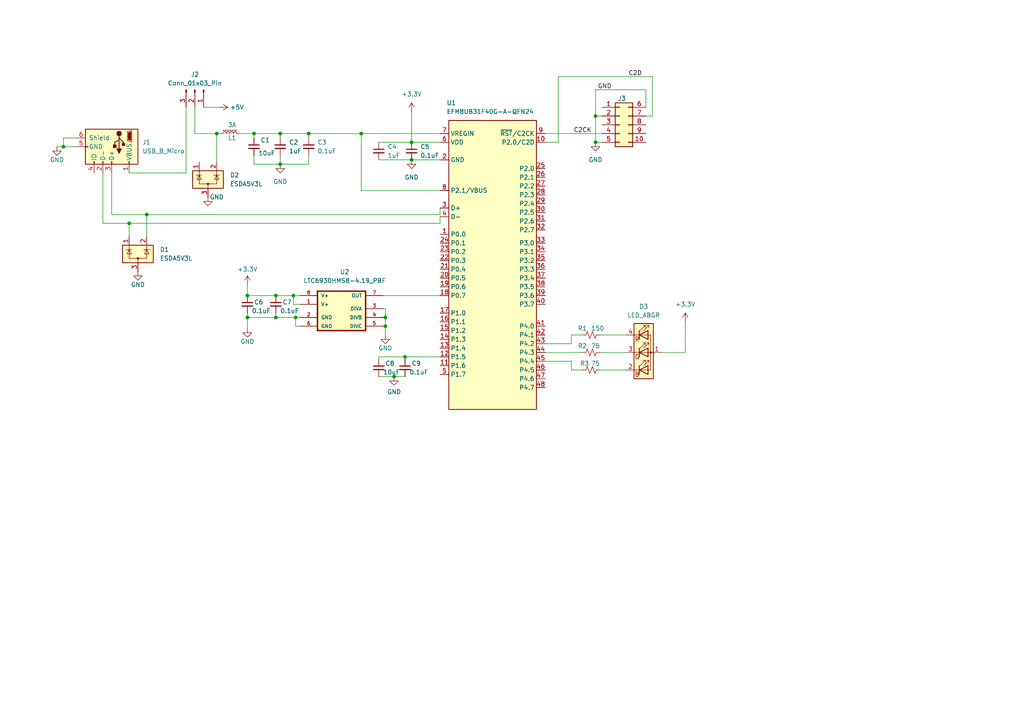
<source format=kicad_sch>
(kicad_sch
	(version 20231120)
	(generator "eeschema")
	(generator_version "8.0")
	(uuid "9631d2e4-da0d-4434-b46e-baf36841f512")
	(paper "A4")
	(title_block
		(date "2024-08-18")
		(company "Prince Lee Muhera")
	)
	(lib_symbols
		(symbol "Connector:Conn_01x03_Pin"
			(pin_names
				(offset 1.016) hide)
			(exclude_from_sim no)
			(in_bom yes)
			(on_board yes)
			(property "Reference" "J"
				(at 0 5.08 0)
				(effects
					(font
						(size 1.27 1.27)
					)
				)
			)
			(property "Value" "Conn_01x03_Pin"
				(at 0 -5.08 0)
				(effects
					(font
						(size 1.27 1.27)
					)
				)
			)
			(property "Footprint" ""
				(at 0 0 0)
				(effects
					(font
						(size 1.27 1.27)
					)
					(hide yes)
				)
			)
			(property "Datasheet" "~"
				(at 0 0 0)
				(effects
					(font
						(size 1.27 1.27)
					)
					(hide yes)
				)
			)
			(property "Description" "Generic connector, single row, 01x03, script generated"
				(at 0 0 0)
				(effects
					(font
						(size 1.27 1.27)
					)
					(hide yes)
				)
			)
			(property "ki_locked" ""
				(at 0 0 0)
				(effects
					(font
						(size 1.27 1.27)
					)
				)
			)
			(property "ki_keywords" "connector"
				(at 0 0 0)
				(effects
					(font
						(size 1.27 1.27)
					)
					(hide yes)
				)
			)
			(property "ki_fp_filters" "Connector*:*_1x??_*"
				(at 0 0 0)
				(effects
					(font
						(size 1.27 1.27)
					)
					(hide yes)
				)
			)
			(symbol "Conn_01x03_Pin_1_1"
				(polyline
					(pts
						(xy 1.27 -2.54) (xy 0.8636 -2.54)
					)
					(stroke
						(width 0.1524)
						(type default)
					)
					(fill
						(type none)
					)
				)
				(polyline
					(pts
						(xy 1.27 0) (xy 0.8636 0)
					)
					(stroke
						(width 0.1524)
						(type default)
					)
					(fill
						(type none)
					)
				)
				(polyline
					(pts
						(xy 1.27 2.54) (xy 0.8636 2.54)
					)
					(stroke
						(width 0.1524)
						(type default)
					)
					(fill
						(type none)
					)
				)
				(rectangle
					(start 0.8636 -2.413)
					(end 0 -2.667)
					(stroke
						(width 0.1524)
						(type default)
					)
					(fill
						(type outline)
					)
				)
				(rectangle
					(start 0.8636 0.127)
					(end 0 -0.127)
					(stroke
						(width 0.1524)
						(type default)
					)
					(fill
						(type outline)
					)
				)
				(rectangle
					(start 0.8636 2.667)
					(end 0 2.413)
					(stroke
						(width 0.1524)
						(type default)
					)
					(fill
						(type outline)
					)
				)
				(pin passive line
					(at 5.08 2.54 180)
					(length 3.81)
					(name "Pin_1"
						(effects
							(font
								(size 1.27 1.27)
							)
						)
					)
					(number "1"
						(effects
							(font
								(size 1.27 1.27)
							)
						)
					)
				)
				(pin passive line
					(at 5.08 0 180)
					(length 3.81)
					(name "Pin_2"
						(effects
							(font
								(size 1.27 1.27)
							)
						)
					)
					(number "2"
						(effects
							(font
								(size 1.27 1.27)
							)
						)
					)
				)
				(pin passive line
					(at 5.08 -2.54 180)
					(length 3.81)
					(name "Pin_3"
						(effects
							(font
								(size 1.27 1.27)
							)
						)
					)
					(number "3"
						(effects
							(font
								(size 1.27 1.27)
							)
						)
					)
				)
			)
		)
		(symbol "Connector:USB_B_Micro"
			(pin_names
				(offset 1.016)
			)
			(exclude_from_sim no)
			(in_bom yes)
			(on_board yes)
			(property "Reference" "J"
				(at -5.08 11.43 0)
				(effects
					(font
						(size 1.27 1.27)
					)
					(justify left)
				)
			)
			(property "Value" "USB_B_Micro"
				(at -5.08 8.89 0)
				(effects
					(font
						(size 1.27 1.27)
					)
					(justify left)
				)
			)
			(property "Footprint" ""
				(at 3.81 -1.27 0)
				(effects
					(font
						(size 1.27 1.27)
					)
					(hide yes)
				)
			)
			(property "Datasheet" "~"
				(at 3.81 -1.27 0)
				(effects
					(font
						(size 1.27 1.27)
					)
					(hide yes)
				)
			)
			(property "Description" "USB Micro Type B connector"
				(at 0 0 0)
				(effects
					(font
						(size 1.27 1.27)
					)
					(hide yes)
				)
			)
			(property "ki_keywords" "connector USB micro"
				(at 0 0 0)
				(effects
					(font
						(size 1.27 1.27)
					)
					(hide yes)
				)
			)
			(property "ki_fp_filters" "USB*"
				(at 0 0 0)
				(effects
					(font
						(size 1.27 1.27)
					)
					(hide yes)
				)
			)
			(symbol "USB_B_Micro_0_1"
				(rectangle
					(start -5.08 -7.62)
					(end 5.08 7.62)
					(stroke
						(width 0.254)
						(type default)
					)
					(fill
						(type background)
					)
				)
				(circle
					(center -3.81 2.159)
					(radius 0.635)
					(stroke
						(width 0.254)
						(type default)
					)
					(fill
						(type outline)
					)
				)
				(circle
					(center -0.635 3.429)
					(radius 0.381)
					(stroke
						(width 0.254)
						(type default)
					)
					(fill
						(type outline)
					)
				)
				(rectangle
					(start -0.127 -7.62)
					(end 0.127 -6.858)
					(stroke
						(width 0)
						(type default)
					)
					(fill
						(type none)
					)
				)
				(polyline
					(pts
						(xy -1.905 2.159) (xy 0.635 2.159)
					)
					(stroke
						(width 0.254)
						(type default)
					)
					(fill
						(type none)
					)
				)
				(polyline
					(pts
						(xy -3.175 2.159) (xy -2.54 2.159) (xy -1.27 3.429) (xy -0.635 3.429)
					)
					(stroke
						(width 0.254)
						(type default)
					)
					(fill
						(type none)
					)
				)
				(polyline
					(pts
						(xy -2.54 2.159) (xy -1.905 2.159) (xy -1.27 0.889) (xy 0 0.889)
					)
					(stroke
						(width 0.254)
						(type default)
					)
					(fill
						(type none)
					)
				)
				(polyline
					(pts
						(xy 0.635 2.794) (xy 0.635 1.524) (xy 1.905 2.159) (xy 0.635 2.794)
					)
					(stroke
						(width 0.254)
						(type default)
					)
					(fill
						(type outline)
					)
				)
				(polyline
					(pts
						(xy -4.318 5.588) (xy -1.778 5.588) (xy -2.032 4.826) (xy -4.064 4.826) (xy -4.318 5.588)
					)
					(stroke
						(width 0)
						(type default)
					)
					(fill
						(type outline)
					)
				)
				(polyline
					(pts
						(xy -4.699 5.842) (xy -4.699 5.588) (xy -4.445 4.826) (xy -4.445 4.572) (xy -1.651 4.572) (xy -1.651 4.826)
						(xy -1.397 5.588) (xy -1.397 5.842) (xy -4.699 5.842)
					)
					(stroke
						(width 0)
						(type default)
					)
					(fill
						(type none)
					)
				)
				(rectangle
					(start 0.254 1.27)
					(end -0.508 0.508)
					(stroke
						(width 0.254)
						(type default)
					)
					(fill
						(type outline)
					)
				)
				(rectangle
					(start 5.08 -5.207)
					(end 4.318 -4.953)
					(stroke
						(width 0)
						(type default)
					)
					(fill
						(type none)
					)
				)
				(rectangle
					(start 5.08 -2.667)
					(end 4.318 -2.413)
					(stroke
						(width 0)
						(type default)
					)
					(fill
						(type none)
					)
				)
				(rectangle
					(start 5.08 -0.127)
					(end 4.318 0.127)
					(stroke
						(width 0)
						(type default)
					)
					(fill
						(type none)
					)
				)
				(rectangle
					(start 5.08 4.953)
					(end 4.318 5.207)
					(stroke
						(width 0)
						(type default)
					)
					(fill
						(type none)
					)
				)
			)
			(symbol "USB_B_Micro_1_1"
				(pin power_out line
					(at 7.62 5.08 180)
					(length 2.54)
					(name "VBUS"
						(effects
							(font
								(size 1.27 1.27)
							)
						)
					)
					(number "1"
						(effects
							(font
								(size 1.27 1.27)
							)
						)
					)
				)
				(pin bidirectional line
					(at 7.62 -2.54 180)
					(length 2.54)
					(name "D-"
						(effects
							(font
								(size 1.27 1.27)
							)
						)
					)
					(number "2"
						(effects
							(font
								(size 1.27 1.27)
							)
						)
					)
				)
				(pin bidirectional line
					(at 7.62 0 180)
					(length 2.54)
					(name "D+"
						(effects
							(font
								(size 1.27 1.27)
							)
						)
					)
					(number "3"
						(effects
							(font
								(size 1.27 1.27)
							)
						)
					)
				)
				(pin passive line
					(at 7.62 -5.08 180)
					(length 2.54)
					(name "ID"
						(effects
							(font
								(size 1.27 1.27)
							)
						)
					)
					(number "4"
						(effects
							(font
								(size 1.27 1.27)
							)
						)
					)
				)
				(pin power_out line
					(at 0 -10.16 90)
					(length 2.54)
					(name "GND"
						(effects
							(font
								(size 1.27 1.27)
							)
						)
					)
					(number "5"
						(effects
							(font
								(size 1.27 1.27)
							)
						)
					)
				)
				(pin passive line
					(at -2.54 -10.16 90)
					(length 2.54)
					(name "Shield"
						(effects
							(font
								(size 1.27 1.27)
							)
						)
					)
					(number "6"
						(effects
							(font
								(size 1.27 1.27)
							)
						)
					)
				)
			)
		)
		(symbol "Connector_Generic:Conn_02x05_Top_Bottom"
			(pin_names
				(offset 1.016) hide)
			(exclude_from_sim no)
			(in_bom yes)
			(on_board yes)
			(property "Reference" "J"
				(at 1.27 7.62 0)
				(effects
					(font
						(size 1.27 1.27)
					)
				)
			)
			(property "Value" "Conn_02x05_Top_Bottom"
				(at 1.27 -7.62 0)
				(effects
					(font
						(size 1.27 1.27)
					)
				)
			)
			(property "Footprint" ""
				(at 0 0 0)
				(effects
					(font
						(size 1.27 1.27)
					)
					(hide yes)
				)
			)
			(property "Datasheet" "~"
				(at 0 0 0)
				(effects
					(font
						(size 1.27 1.27)
					)
					(hide yes)
				)
			)
			(property "Description" "Generic connector, double row, 02x05, top/bottom pin numbering scheme (row 1: 1...pins_per_row, row2: pins_per_row+1 ... num_pins), script generated (kicad-library-utils/schlib/autogen/connector/)"
				(at 0 0 0)
				(effects
					(font
						(size 1.27 1.27)
					)
					(hide yes)
				)
			)
			(property "ki_keywords" "connector"
				(at 0 0 0)
				(effects
					(font
						(size 1.27 1.27)
					)
					(hide yes)
				)
			)
			(property "ki_fp_filters" "Connector*:*_2x??_*"
				(at 0 0 0)
				(effects
					(font
						(size 1.27 1.27)
					)
					(hide yes)
				)
			)
			(symbol "Conn_02x05_Top_Bottom_1_1"
				(rectangle
					(start -1.27 -4.953)
					(end 0 -5.207)
					(stroke
						(width 0.1524)
						(type default)
					)
					(fill
						(type none)
					)
				)
				(rectangle
					(start -1.27 -2.413)
					(end 0 -2.667)
					(stroke
						(width 0.1524)
						(type default)
					)
					(fill
						(type none)
					)
				)
				(rectangle
					(start -1.27 0.127)
					(end 0 -0.127)
					(stroke
						(width 0.1524)
						(type default)
					)
					(fill
						(type none)
					)
				)
				(rectangle
					(start -1.27 2.667)
					(end 0 2.413)
					(stroke
						(width 0.1524)
						(type default)
					)
					(fill
						(type none)
					)
				)
				(rectangle
					(start -1.27 5.207)
					(end 0 4.953)
					(stroke
						(width 0.1524)
						(type default)
					)
					(fill
						(type none)
					)
				)
				(rectangle
					(start -1.27 6.35)
					(end 3.81 -6.35)
					(stroke
						(width 0.254)
						(type default)
					)
					(fill
						(type background)
					)
				)
				(rectangle
					(start 3.81 -4.953)
					(end 2.54 -5.207)
					(stroke
						(width 0.1524)
						(type default)
					)
					(fill
						(type none)
					)
				)
				(rectangle
					(start 3.81 -2.413)
					(end 2.54 -2.667)
					(stroke
						(width 0.1524)
						(type default)
					)
					(fill
						(type none)
					)
				)
				(rectangle
					(start 3.81 0.127)
					(end 2.54 -0.127)
					(stroke
						(width 0.1524)
						(type default)
					)
					(fill
						(type none)
					)
				)
				(rectangle
					(start 3.81 2.667)
					(end 2.54 2.413)
					(stroke
						(width 0.1524)
						(type default)
					)
					(fill
						(type none)
					)
				)
				(rectangle
					(start 3.81 5.207)
					(end 2.54 4.953)
					(stroke
						(width 0.1524)
						(type default)
					)
					(fill
						(type none)
					)
				)
				(pin passive line
					(at -5.08 5.08 0)
					(length 3.81)
					(name "Pin_1"
						(effects
							(font
								(size 1.27 1.27)
							)
						)
					)
					(number "1"
						(effects
							(font
								(size 1.27 1.27)
							)
						)
					)
				)
				(pin passive line
					(at 7.62 -5.08 180)
					(length 3.81)
					(name "Pin_10"
						(effects
							(font
								(size 1.27 1.27)
							)
						)
					)
					(number "10"
						(effects
							(font
								(size 1.27 1.27)
							)
						)
					)
				)
				(pin passive line
					(at -5.08 2.54 0)
					(length 3.81)
					(name "Pin_2"
						(effects
							(font
								(size 1.27 1.27)
							)
						)
					)
					(number "2"
						(effects
							(font
								(size 1.27 1.27)
							)
						)
					)
				)
				(pin passive line
					(at -5.08 0 0)
					(length 3.81)
					(name "Pin_3"
						(effects
							(font
								(size 1.27 1.27)
							)
						)
					)
					(number "3"
						(effects
							(font
								(size 1.27 1.27)
							)
						)
					)
				)
				(pin passive line
					(at -5.08 -2.54 0)
					(length 3.81)
					(name "Pin_4"
						(effects
							(font
								(size 1.27 1.27)
							)
						)
					)
					(number "4"
						(effects
							(font
								(size 1.27 1.27)
							)
						)
					)
				)
				(pin passive line
					(at -5.08 -5.08 0)
					(length 3.81)
					(name "Pin_5"
						(effects
							(font
								(size 1.27 1.27)
							)
						)
					)
					(number "5"
						(effects
							(font
								(size 1.27 1.27)
							)
						)
					)
				)
				(pin passive line
					(at 7.62 5.08 180)
					(length 3.81)
					(name "Pin_6"
						(effects
							(font
								(size 1.27 1.27)
							)
						)
					)
					(number "6"
						(effects
							(font
								(size 1.27 1.27)
							)
						)
					)
				)
				(pin passive line
					(at 7.62 2.54 180)
					(length 3.81)
					(name "Pin_7"
						(effects
							(font
								(size 1.27 1.27)
							)
						)
					)
					(number "7"
						(effects
							(font
								(size 1.27 1.27)
							)
						)
					)
				)
				(pin passive line
					(at 7.62 0 180)
					(length 3.81)
					(name "Pin_8"
						(effects
							(font
								(size 1.27 1.27)
							)
						)
					)
					(number "8"
						(effects
							(font
								(size 1.27 1.27)
							)
						)
					)
				)
				(pin passive line
					(at 7.62 -2.54 180)
					(length 3.81)
					(name "Pin_9"
						(effects
							(font
								(size 1.27 1.27)
							)
						)
					)
					(number "9"
						(effects
							(font
								(size 1.27 1.27)
							)
						)
					)
				)
			)
		)
		(symbol "Device:C_Small"
			(pin_numbers hide)
			(pin_names
				(offset 0.254) hide)
			(exclude_from_sim no)
			(in_bom yes)
			(on_board yes)
			(property "Reference" "C"
				(at 0.254 1.778 0)
				(effects
					(font
						(size 1.27 1.27)
					)
					(justify left)
				)
			)
			(property "Value" "C_Small"
				(at 0.254 -2.032 0)
				(effects
					(font
						(size 1.27 1.27)
					)
					(justify left)
				)
			)
			(property "Footprint" ""
				(at 0 0 0)
				(effects
					(font
						(size 1.27 1.27)
					)
					(hide yes)
				)
			)
			(property "Datasheet" "~"
				(at 0 0 0)
				(effects
					(font
						(size 1.27 1.27)
					)
					(hide yes)
				)
			)
			(property "Description" "Unpolarized capacitor, small symbol"
				(at 0 0 0)
				(effects
					(font
						(size 1.27 1.27)
					)
					(hide yes)
				)
			)
			(property "ki_keywords" "capacitor cap"
				(at 0 0 0)
				(effects
					(font
						(size 1.27 1.27)
					)
					(hide yes)
				)
			)
			(property "ki_fp_filters" "C_*"
				(at 0 0 0)
				(effects
					(font
						(size 1.27 1.27)
					)
					(hide yes)
				)
			)
			(symbol "C_Small_0_1"
				(polyline
					(pts
						(xy -1.524 -0.508) (xy 1.524 -0.508)
					)
					(stroke
						(width 0.3302)
						(type default)
					)
					(fill
						(type none)
					)
				)
				(polyline
					(pts
						(xy -1.524 0.508) (xy 1.524 0.508)
					)
					(stroke
						(width 0.3048)
						(type default)
					)
					(fill
						(type none)
					)
				)
			)
			(symbol "C_Small_1_1"
				(pin passive line
					(at 0 2.54 270)
					(length 2.032)
					(name "~"
						(effects
							(font
								(size 1.27 1.27)
							)
						)
					)
					(number "1"
						(effects
							(font
								(size 1.27 1.27)
							)
						)
					)
				)
				(pin passive line
					(at 0 -2.54 90)
					(length 2.032)
					(name "~"
						(effects
							(font
								(size 1.27 1.27)
							)
						)
					)
					(number "2"
						(effects
							(font
								(size 1.27 1.27)
							)
						)
					)
				)
			)
		)
		(symbol "Device:LED_ABGR"
			(pin_names
				(offset 0) hide)
			(exclude_from_sim no)
			(in_bom yes)
			(on_board yes)
			(property "Reference" "D"
				(at 0 9.398 0)
				(effects
					(font
						(size 1.27 1.27)
					)
				)
			)
			(property "Value" "LED_ABGR"
				(at 0 -8.89 0)
				(effects
					(font
						(size 1.27 1.27)
					)
				)
			)
			(property "Footprint" ""
				(at 0 -1.27 0)
				(effects
					(font
						(size 1.27 1.27)
					)
					(hide yes)
				)
			)
			(property "Datasheet" "~"
				(at 0 -1.27 0)
				(effects
					(font
						(size 1.27 1.27)
					)
					(hide yes)
				)
			)
			(property "Description" "RGB LED, anode/blue/green/red"
				(at 0 0 0)
				(effects
					(font
						(size 1.27 1.27)
					)
					(hide yes)
				)
			)
			(property "ki_keywords" "LED RGB diode"
				(at 0 0 0)
				(effects
					(font
						(size 1.27 1.27)
					)
					(hide yes)
				)
			)
			(property "ki_fp_filters" "LED* LED_SMD:* LED_THT:*"
				(at 0 0 0)
				(effects
					(font
						(size 1.27 1.27)
					)
					(hide yes)
				)
			)
			(symbol "LED_ABGR_0_0"
				(text "B"
					(at -1.905 -6.35 0)
					(effects
						(font
							(size 1.27 1.27)
						)
					)
				)
				(text "G"
					(at -1.905 -1.27 0)
					(effects
						(font
							(size 1.27 1.27)
						)
					)
				)
				(text "R"
					(at -1.905 3.81 0)
					(effects
						(font
							(size 1.27 1.27)
						)
					)
				)
			)
			(symbol "LED_ABGR_0_1"
				(polyline
					(pts
						(xy -1.27 -5.08) (xy -2.54 -5.08)
					)
					(stroke
						(width 0)
						(type default)
					)
					(fill
						(type none)
					)
				)
				(polyline
					(pts
						(xy -1.27 -5.08) (xy 1.27 -5.08)
					)
					(stroke
						(width 0)
						(type default)
					)
					(fill
						(type none)
					)
				)
				(polyline
					(pts
						(xy -1.27 -3.81) (xy -1.27 -6.35)
					)
					(stroke
						(width 0.254)
						(type default)
					)
					(fill
						(type none)
					)
				)
				(polyline
					(pts
						(xy -1.27 0) (xy -2.54 0)
					)
					(stroke
						(width 0)
						(type default)
					)
					(fill
						(type none)
					)
				)
				(polyline
					(pts
						(xy -1.27 1.27) (xy -1.27 -1.27)
					)
					(stroke
						(width 0.254)
						(type default)
					)
					(fill
						(type none)
					)
				)
				(polyline
					(pts
						(xy -1.27 5.08) (xy -2.54 5.08)
					)
					(stroke
						(width 0)
						(type default)
					)
					(fill
						(type none)
					)
				)
				(polyline
					(pts
						(xy -1.27 5.08) (xy 1.27 5.08)
					)
					(stroke
						(width 0)
						(type default)
					)
					(fill
						(type none)
					)
				)
				(polyline
					(pts
						(xy -1.27 6.35) (xy -1.27 3.81)
					)
					(stroke
						(width 0.254)
						(type default)
					)
					(fill
						(type none)
					)
				)
				(polyline
					(pts
						(xy 1.27 0) (xy -1.27 0)
					)
					(stroke
						(width 0)
						(type default)
					)
					(fill
						(type none)
					)
				)
				(polyline
					(pts
						(xy 1.27 0) (xy 2.54 0)
					)
					(stroke
						(width 0)
						(type default)
					)
					(fill
						(type none)
					)
				)
				(polyline
					(pts
						(xy -1.27 1.27) (xy -1.27 -1.27) (xy -1.27 -1.27)
					)
					(stroke
						(width 0)
						(type default)
					)
					(fill
						(type none)
					)
				)
				(polyline
					(pts
						(xy -1.27 6.35) (xy -1.27 3.81) (xy -1.27 3.81)
					)
					(stroke
						(width 0)
						(type default)
					)
					(fill
						(type none)
					)
				)
				(polyline
					(pts
						(xy 1.27 -5.08) (xy 2.032 -5.08) (xy 2.032 5.08) (xy 1.27 5.08)
					)
					(stroke
						(width 0)
						(type default)
					)
					(fill
						(type none)
					)
				)
				(polyline
					(pts
						(xy 1.27 -3.81) (xy 1.27 -6.35) (xy -1.27 -5.08) (xy 1.27 -3.81)
					)
					(stroke
						(width 0.254)
						(type default)
					)
					(fill
						(type none)
					)
				)
				(polyline
					(pts
						(xy 1.27 1.27) (xy 1.27 -1.27) (xy -1.27 0) (xy 1.27 1.27)
					)
					(stroke
						(width 0.254)
						(type default)
					)
					(fill
						(type none)
					)
				)
				(polyline
					(pts
						(xy 1.27 6.35) (xy 1.27 3.81) (xy -1.27 5.08) (xy 1.27 6.35)
					)
					(stroke
						(width 0.254)
						(type default)
					)
					(fill
						(type none)
					)
				)
				(polyline
					(pts
						(xy -1.016 -3.81) (xy 0.508 -2.286) (xy -0.254 -2.286) (xy 0.508 -2.286) (xy 0.508 -3.048)
					)
					(stroke
						(width 0)
						(type default)
					)
					(fill
						(type none)
					)
				)
				(polyline
					(pts
						(xy -1.016 1.27) (xy 0.508 2.794) (xy -0.254 2.794) (xy 0.508 2.794) (xy 0.508 2.032)
					)
					(stroke
						(width 0)
						(type default)
					)
					(fill
						(type none)
					)
				)
				(polyline
					(pts
						(xy -1.016 6.35) (xy 0.508 7.874) (xy -0.254 7.874) (xy 0.508 7.874) (xy 0.508 7.112)
					)
					(stroke
						(width 0)
						(type default)
					)
					(fill
						(type none)
					)
				)
				(polyline
					(pts
						(xy 0 -3.81) (xy 1.524 -2.286) (xy 0.762 -2.286) (xy 1.524 -2.286) (xy 1.524 -3.048)
					)
					(stroke
						(width 0)
						(type default)
					)
					(fill
						(type none)
					)
				)
				(polyline
					(pts
						(xy 0 1.27) (xy 1.524 2.794) (xy 0.762 2.794) (xy 1.524 2.794) (xy 1.524 2.032)
					)
					(stroke
						(width 0)
						(type default)
					)
					(fill
						(type none)
					)
				)
				(polyline
					(pts
						(xy 0 6.35) (xy 1.524 7.874) (xy 0.762 7.874) (xy 1.524 7.874) (xy 1.524 7.112)
					)
					(stroke
						(width 0)
						(type default)
					)
					(fill
						(type none)
					)
				)
				(rectangle
					(start 1.27 -1.27)
					(end 1.27 1.27)
					(stroke
						(width 0)
						(type default)
					)
					(fill
						(type none)
					)
				)
				(rectangle
					(start 1.27 1.27)
					(end 1.27 1.27)
					(stroke
						(width 0)
						(type default)
					)
					(fill
						(type none)
					)
				)
				(rectangle
					(start 1.27 3.81)
					(end 1.27 6.35)
					(stroke
						(width 0)
						(type default)
					)
					(fill
						(type none)
					)
				)
				(rectangle
					(start 1.27 6.35)
					(end 1.27 6.35)
					(stroke
						(width 0)
						(type default)
					)
					(fill
						(type none)
					)
				)
				(circle
					(center 2.032 0)
					(radius 0.254)
					(stroke
						(width 0)
						(type default)
					)
					(fill
						(type outline)
					)
				)
				(rectangle
					(start 2.794 8.382)
					(end -2.794 -7.62)
					(stroke
						(width 0.254)
						(type default)
					)
					(fill
						(type background)
					)
				)
			)
			(symbol "LED_ABGR_1_1"
				(pin passive line
					(at 5.08 0 180)
					(length 2.54)
					(name "A"
						(effects
							(font
								(size 1.27 1.27)
							)
						)
					)
					(number "1"
						(effects
							(font
								(size 1.27 1.27)
							)
						)
					)
				)
				(pin passive line
					(at -5.08 -5.08 0)
					(length 2.54)
					(name "BK"
						(effects
							(font
								(size 1.27 1.27)
							)
						)
					)
					(number "2"
						(effects
							(font
								(size 1.27 1.27)
							)
						)
					)
				)
				(pin passive line
					(at -5.08 0 0)
					(length 2.54)
					(name "GK"
						(effects
							(font
								(size 1.27 1.27)
							)
						)
					)
					(number "3"
						(effects
							(font
								(size 1.27 1.27)
							)
						)
					)
				)
				(pin passive line
					(at -5.08 5.08 0)
					(length 2.54)
					(name "RK"
						(effects
							(font
								(size 1.27 1.27)
							)
						)
					)
					(number "4"
						(effects
							(font
								(size 1.27 1.27)
							)
						)
					)
				)
			)
		)
		(symbol "Device:L_Ferrite_Small"
			(pin_numbers hide)
			(pin_names
				(offset 0.254) hide)
			(exclude_from_sim no)
			(in_bom yes)
			(on_board yes)
			(property "Reference" "L"
				(at 1.27 1.016 0)
				(effects
					(font
						(size 1.27 1.27)
					)
					(justify left)
				)
			)
			(property "Value" "L_Ferrite_Small"
				(at 1.27 -1.27 0)
				(effects
					(font
						(size 1.27 1.27)
					)
					(justify left)
				)
			)
			(property "Footprint" ""
				(at 0 0 0)
				(effects
					(font
						(size 1.27 1.27)
					)
					(hide yes)
				)
			)
			(property "Datasheet" "~"
				(at 0 0 0)
				(effects
					(font
						(size 1.27 1.27)
					)
					(hide yes)
				)
			)
			(property "Description" "Inductor with ferrite core, small symbol"
				(at 0 0 0)
				(effects
					(font
						(size 1.27 1.27)
					)
					(hide yes)
				)
			)
			(property "ki_keywords" "inductor choke coil reactor magnetic"
				(at 0 0 0)
				(effects
					(font
						(size 1.27 1.27)
					)
					(hide yes)
				)
			)
			(property "ki_fp_filters" "Choke_* *Coil* Inductor_* L_*"
				(at 0 0 0)
				(effects
					(font
						(size 1.27 1.27)
					)
					(hide yes)
				)
			)
			(symbol "L_Ferrite_Small_0_1"
				(arc
					(start 0 -2.032)
					(mid 0.5058 -1.524)
					(end 0 -1.016)
					(stroke
						(width 0)
						(type default)
					)
					(fill
						(type none)
					)
				)
				(arc
					(start 0 -1.016)
					(mid 0.5058 -0.508)
					(end 0 0)
					(stroke
						(width 0)
						(type default)
					)
					(fill
						(type none)
					)
				)
				(polyline
					(pts
						(xy 0.762 -1.905) (xy 0.762 -1.651)
					)
					(stroke
						(width 0)
						(type default)
					)
					(fill
						(type none)
					)
				)
				(polyline
					(pts
						(xy 0.762 -1.397) (xy 0.762 -1.143)
					)
					(stroke
						(width 0)
						(type default)
					)
					(fill
						(type none)
					)
				)
				(polyline
					(pts
						(xy 0.762 -0.889) (xy 0.762 -0.635)
					)
					(stroke
						(width 0)
						(type default)
					)
					(fill
						(type none)
					)
				)
				(polyline
					(pts
						(xy 0.762 -0.381) (xy 0.762 -0.127)
					)
					(stroke
						(width 0)
						(type default)
					)
					(fill
						(type none)
					)
				)
				(polyline
					(pts
						(xy 0.762 0.127) (xy 0.762 0.381)
					)
					(stroke
						(width 0)
						(type default)
					)
					(fill
						(type none)
					)
				)
				(polyline
					(pts
						(xy 0.762 0.635) (xy 0.762 0.889)
					)
					(stroke
						(width 0)
						(type default)
					)
					(fill
						(type none)
					)
				)
				(polyline
					(pts
						(xy 0.762 1.143) (xy 0.762 1.397)
					)
					(stroke
						(width 0)
						(type default)
					)
					(fill
						(type none)
					)
				)
				(polyline
					(pts
						(xy 0.762 1.651) (xy 0.762 1.905)
					)
					(stroke
						(width 0)
						(type default)
					)
					(fill
						(type none)
					)
				)
				(polyline
					(pts
						(xy 1.016 -1.651) (xy 1.016 -1.905)
					)
					(stroke
						(width 0)
						(type default)
					)
					(fill
						(type none)
					)
				)
				(polyline
					(pts
						(xy 1.016 -1.143) (xy 1.016 -1.397)
					)
					(stroke
						(width 0)
						(type default)
					)
					(fill
						(type none)
					)
				)
				(polyline
					(pts
						(xy 1.016 -0.635) (xy 1.016 -0.889)
					)
					(stroke
						(width 0)
						(type default)
					)
					(fill
						(type none)
					)
				)
				(polyline
					(pts
						(xy 1.016 -0.127) (xy 1.016 -0.381)
					)
					(stroke
						(width 0)
						(type default)
					)
					(fill
						(type none)
					)
				)
				(polyline
					(pts
						(xy 1.016 0.381) (xy 1.016 0.127)
					)
					(stroke
						(width 0)
						(type default)
					)
					(fill
						(type none)
					)
				)
				(polyline
					(pts
						(xy 1.016 0.889) (xy 1.016 0.635)
					)
					(stroke
						(width 0)
						(type default)
					)
					(fill
						(type none)
					)
				)
				(polyline
					(pts
						(xy 1.016 1.397) (xy 1.016 1.143)
					)
					(stroke
						(width 0)
						(type default)
					)
					(fill
						(type none)
					)
				)
				(polyline
					(pts
						(xy 1.016 1.905) (xy 1.016 1.651)
					)
					(stroke
						(width 0)
						(type default)
					)
					(fill
						(type none)
					)
				)
				(arc
					(start 0 0)
					(mid 0.5058 0.508)
					(end 0 1.016)
					(stroke
						(width 0)
						(type default)
					)
					(fill
						(type none)
					)
				)
				(arc
					(start 0 1.016)
					(mid 0.5058 1.524)
					(end 0 2.032)
					(stroke
						(width 0)
						(type default)
					)
					(fill
						(type none)
					)
				)
			)
			(symbol "L_Ferrite_Small_1_1"
				(pin passive line
					(at 0 2.54 270)
					(length 0.508)
					(name "~"
						(effects
							(font
								(size 1.27 1.27)
							)
						)
					)
					(number "1"
						(effects
							(font
								(size 1.27 1.27)
							)
						)
					)
				)
				(pin passive line
					(at 0 -2.54 90)
					(length 0.508)
					(name "~"
						(effects
							(font
								(size 1.27 1.27)
							)
						)
					)
					(number "2"
						(effects
							(font
								(size 1.27 1.27)
							)
						)
					)
				)
			)
		)
		(symbol "Device:R_Small_US"
			(pin_numbers hide)
			(pin_names
				(offset 0.254) hide)
			(exclude_from_sim no)
			(in_bom yes)
			(on_board yes)
			(property "Reference" "R"
				(at 0.762 0.508 0)
				(effects
					(font
						(size 1.27 1.27)
					)
					(justify left)
				)
			)
			(property "Value" "R_Small_US"
				(at 0.762 -1.016 0)
				(effects
					(font
						(size 1.27 1.27)
					)
					(justify left)
				)
			)
			(property "Footprint" ""
				(at 0 0 0)
				(effects
					(font
						(size 1.27 1.27)
					)
					(hide yes)
				)
			)
			(property "Datasheet" "~"
				(at 0 0 0)
				(effects
					(font
						(size 1.27 1.27)
					)
					(hide yes)
				)
			)
			(property "Description" "Resistor, small US symbol"
				(at 0 0 0)
				(effects
					(font
						(size 1.27 1.27)
					)
					(hide yes)
				)
			)
			(property "ki_keywords" "r resistor"
				(at 0 0 0)
				(effects
					(font
						(size 1.27 1.27)
					)
					(hide yes)
				)
			)
			(property "ki_fp_filters" "R_*"
				(at 0 0 0)
				(effects
					(font
						(size 1.27 1.27)
					)
					(hide yes)
				)
			)
			(symbol "R_Small_US_1_1"
				(polyline
					(pts
						(xy 0 0) (xy 1.016 -0.381) (xy 0 -0.762) (xy -1.016 -1.143) (xy 0 -1.524)
					)
					(stroke
						(width 0)
						(type default)
					)
					(fill
						(type none)
					)
				)
				(polyline
					(pts
						(xy 0 1.524) (xy 1.016 1.143) (xy 0 0.762) (xy -1.016 0.381) (xy 0 0)
					)
					(stroke
						(width 0)
						(type default)
					)
					(fill
						(type none)
					)
				)
				(pin passive line
					(at 0 2.54 270)
					(length 1.016)
					(name "~"
						(effects
							(font
								(size 1.27 1.27)
							)
						)
					)
					(number "1"
						(effects
							(font
								(size 1.27 1.27)
							)
						)
					)
				)
				(pin passive line
					(at 0 -2.54 90)
					(length 1.016)
					(name "~"
						(effects
							(font
								(size 1.27 1.27)
							)
						)
					)
					(number "2"
						(effects
							(font
								(size 1.27 1.27)
							)
						)
					)
				)
			)
		)
		(symbol "LTC6930HMS8-4.19_PBF:LTC6930HMS8-4.19_PBF"
			(pin_names
				(offset 1.016)
			)
			(exclude_from_sim no)
			(in_bom yes)
			(on_board yes)
			(property "Reference" "U?"
				(at 6.604 5.588 0)
				(effects
					(font
						(size 1.27 1.27)
					)
				)
			)
			(property "Value" "LTC6930HMS8-4.19_PBF"
				(at 6.604 3.048 0)
				(effects
					(font
						(size 1.27 1.27)
					)
				)
			)
			(property "Footprint" "LTC6930HMS8-4.19_PBF:MSOP-8_MS"
				(at -2.54 -22.606 0)
				(effects
					(font
						(size 1.27 1.27)
					)
					(justify bottom)
					(hide yes)
				)
			)
			(property "Datasheet" ""
				(at 3.81 -1.27 0)
				(effects
					(font
						(size 1.27 1.27)
					)
					(hide yes)
				)
			)
			(property "Description" ""
				(at 3.81 -1.27 0)
				(effects
					(font
						(size 1.27 1.27)
					)
					(hide yes)
				)
			)
			(property "MF" "Analog Devices"
				(at -0.762 -22.606 0)
				(effects
					(font
						(size 1.27 1.27)
					)
					(justify bottom)
					(hide yes)
				)
			)
			(property "Description_1" "\nSilicon Oscillator 4.194304MHz/ 2.097MHz/ 1.048MHz/ 0.524MHz/ 0.262MHz/ 0.131MHz/ 0.065MHz/ 0.032MHz\n"
				(at 3.048 -22.606 0)
				(effects
					(font
						(size 1.27 1.27)
					)
					(justify bottom)
					(hide yes)
				)
			)
			(property "Package" "MSOP-8 Hittite Microwave"
				(at -2.794 -22.606 0)
				(effects
					(font
						(size 1.27 1.27)
					)
					(justify bottom)
					(hide yes)
				)
			)
			(property "Price" "None"
				(at -4.064 -22.606 0)
				(effects
					(font
						(size 1.27 1.27)
					)
					(justify bottom)
					(hide yes)
				)
			)
			(property "Check_prices" "https://www.snapeda.com/parts/LTC6930HMS8-4.19%23PBF/Analog+Devices/view-part/?ref=eda"
				(at 12.7 -22.606 0)
				(effects
					(font
						(size 1.27 1.27)
					)
					(justify bottom)
					(hide yes)
				)
			)
			(property "SnapEDA_Link" "https://www.snapeda.com/parts/LTC6930HMS8-4.19%23PBF/Analog+Devices/view-part/?ref=snap"
				(at 12.7 -22.606 0)
				(effects
					(font
						(size 1.27 1.27)
					)
					(justify bottom)
					(hide yes)
				)
			)
			(property "MP" "LTC6930HMS8-4.19#PBF"
				(at 0 -22.098 0)
				(effects
					(font
						(size 1.27 1.27)
					)
					(justify bottom)
					(hide yes)
				)
			)
			(property "Availability" "In Stock"
				(at -4.572 -22.098 0)
				(effects
					(font
						(size 1.27 1.27)
					)
					(justify bottom)
					(hide yes)
				)
			)
			(property "Manufacturer" "Analog Devices"
				(at -1.27 -22.352 0)
				(effects
					(font
						(size 1.27 1.27)
					)
					(justify bottom)
					(hide yes)
				)
			)
			(symbol "LTC6930HMS8-4.19_PBF_0_0"
				(rectangle
					(start -1.27 0)
					(end 12.7 -11.43)
					(stroke
						(width 0.41)
						(type default)
					)
					(fill
						(type background)
					)
				)
				(pin power_in line
					(at -6.35 -3.81 0)
					(length 5.08)
					(name "V+"
						(effects
							(font
								(size 1.016 1.016)
							)
						)
					)
					(number "1"
						(effects
							(font
								(size 1.016 1.016)
							)
						)
					)
				)
				(pin power_in line
					(at -6.35 -7.62 0)
					(length 5.08)
					(name "GND"
						(effects
							(font
								(size 1.016 1.016)
							)
						)
					)
					(number "2"
						(effects
							(font
								(size 1.016 1.016)
							)
						)
					)
				)
				(pin input line
					(at 17.78 -5.08 180)
					(length 5.08)
					(name "DIVA"
						(effects
							(font
								(size 1.016 1.016)
							)
						)
					)
					(number "3"
						(effects
							(font
								(size 1.016 1.016)
							)
						)
					)
				)
				(pin input line
					(at 17.78 -7.62 180)
					(length 5.08)
					(name "DIVB"
						(effects
							(font
								(size 1.016 1.016)
							)
						)
					)
					(number "4"
						(effects
							(font
								(size 1.016 1.016)
							)
						)
					)
				)
				(pin input line
					(at 17.78 -10.16 180)
					(length 5.08)
					(name "DIVC"
						(effects
							(font
								(size 1.016 1.016)
							)
						)
					)
					(number "5"
						(effects
							(font
								(size 1.016 1.016)
							)
						)
					)
				)
				(pin output line
					(at 17.78 -1.27 180)
					(length 5.08)
					(name "OUT"
						(effects
							(font
								(size 1.016 1.016)
							)
						)
					)
					(number "7"
						(effects
							(font
								(size 1.016 1.016)
							)
						)
					)
				)
			)
			(symbol "LTC6930HMS8-4.19_PBF_1_0"
				(pin power_in line
					(at -6.35 -10.16 0)
					(length 5.08)
					(name "GND"
						(effects
							(font
								(size 1.016 1.016)
							)
						)
					)
					(number "6"
						(effects
							(font
								(size 1.016 1.016)
							)
						)
					)
				)
				(pin power_in line
					(at -6.35 -1.27 0)
					(length 5.08)
					(name "V+"
						(effects
							(font
								(size 1.016 1.016)
							)
						)
					)
					(number "8"
						(effects
							(font
								(size 1.016 1.016)
							)
						)
					)
				)
			)
		)
		(symbol "MCU_SiliconLabs:EFM8UB31F40G-A-QFN24"
			(exclude_from_sim no)
			(in_bom yes)
			(on_board yes)
			(property "Reference" "U?"
				(at -72.136 -15.748 0)
				(effects
					(font
						(size 1.27 1.27)
					)
					(justify left)
				)
			)
			(property "Value" "EFM8UB31F40G-A-QFN24"
				(at -72.136 -18.288 0)
				(effects
					(font
						(size 1.27 1.27)
					)
					(justify left)
				)
			)
			(property "Footprint" "Package_DFN_QFN:QFN-24-1EP_4x4mm_P0.5mm_EP2.6x2.6mm"
				(at 134.62 -105.41 0)
				(effects
					(font
						(size 1.27 1.27)
					)
					(hide yes)
				)
			)
			(property "Datasheet" "https://www.silabs.com/documents/public/data-sheets/efm8ub3-datasheet.pdf"
				(at 136.906 -112.522 0)
				(effects
					(font
						(size 1.27 1.27)
					)
					(hide yes)
				)
			)
			(property "Description" "8051-compatible microcontroller, 48 MHz, 2.3 to 5.5V, 40K flash, 3.25K RAM, -40 to +85 C, QFN-24"
				(at 140.208 -110.236 0)
				(effects
					(font
						(size 1.27 1.27)
					)
					(hide yes)
				)
			)
			(property "ki_keywords" "8051 microcontroller PWM UART SPI I2C USB LDOREG ADC QFN24"
				(at 0 0 0)
				(effects
					(font
						(size 1.27 1.27)
					)
					(hide yes)
				)
			)
			(property "ki_fp_filters" "QFN*1EP*4x4mm*P0.5mm*"
				(at 0 0 0)
				(effects
					(font
						(size 1.27 1.27)
					)
					(hide yes)
				)
			)
			(symbol "EFM8UB31F40G-A-QFN24_0_1"
				(rectangle
					(start -12.7 25.4)
					(end 12.7 -58.42)
					(stroke
						(width 0.254)
						(type default)
					)
					(fill
						(type background)
					)
				)
			)
			(symbol "EFM8UB31F40G-A-QFN24_1_1"
				(pin bidirectional line
					(at -15.24 -7.62 0)
					(length 2.54)
					(name "P0.0"
						(effects
							(font
								(size 1.27 1.27)
							)
						)
					)
					(number "1"
						(effects
							(font
								(size 1.27 1.27)
							)
						)
					)
				)
				(pin bidirectional line
					(at 15.24 19.05 180)
					(length 2.54)
					(name "P2.0/C2D"
						(effects
							(font
								(size 1.27 1.27)
							)
						)
					)
					(number "10"
						(effects
							(font
								(size 1.27 1.27)
							)
						)
					)
				)
				(pin bidirectional line
					(at -15.24 -45.72 0)
					(length 2.54)
					(name "P1.6"
						(effects
							(font
								(size 1.27 1.27)
							)
						)
					)
					(number "11"
						(effects
							(font
								(size 1.27 1.27)
							)
						)
					)
				)
				(pin bidirectional line
					(at -15.24 -43.18 0)
					(length 2.54)
					(name "P1.5"
						(effects
							(font
								(size 1.27 1.27)
							)
						)
					)
					(number "12"
						(effects
							(font
								(size 1.27 1.27)
							)
						)
					)
				)
				(pin bidirectional line
					(at -15.24 -40.64 0)
					(length 2.54)
					(name "P1.4"
						(effects
							(font
								(size 1.27 1.27)
							)
						)
					)
					(number "13"
						(effects
							(font
								(size 1.27 1.27)
							)
						)
					)
				)
				(pin bidirectional line
					(at -15.24 -38.1 0)
					(length 2.54)
					(name "P1.3"
						(effects
							(font
								(size 1.27 1.27)
							)
						)
					)
					(number "14"
						(effects
							(font
								(size 1.27 1.27)
							)
						)
					)
				)
				(pin bidirectional line
					(at -15.24 -35.56 0)
					(length 2.54)
					(name "P1.2"
						(effects
							(font
								(size 1.27 1.27)
							)
						)
					)
					(number "15"
						(effects
							(font
								(size 1.27 1.27)
							)
						)
					)
				)
				(pin bidirectional line
					(at -15.24 -33.02 0)
					(length 2.54)
					(name "P1.1"
						(effects
							(font
								(size 1.27 1.27)
							)
						)
					)
					(number "16"
						(effects
							(font
								(size 1.27 1.27)
							)
						)
					)
				)
				(pin bidirectional line
					(at -15.24 -30.48 0)
					(length 2.54)
					(name "P1.0"
						(effects
							(font
								(size 1.27 1.27)
							)
						)
					)
					(number "17"
						(effects
							(font
								(size 1.27 1.27)
							)
						)
					)
				)
				(pin bidirectional line
					(at -15.24 -25.4 0)
					(length 2.54)
					(name "P0.7"
						(effects
							(font
								(size 1.27 1.27)
							)
						)
					)
					(number "18"
						(effects
							(font
								(size 1.27 1.27)
							)
						)
					)
				)
				(pin bidirectional line
					(at -15.24 -22.86 0)
					(length 2.54)
					(name "P0.6"
						(effects
							(font
								(size 1.27 1.27)
							)
						)
					)
					(number "19"
						(effects
							(font
								(size 1.27 1.27)
							)
						)
					)
				)
				(pin power_in line
					(at -15.24 13.97 0)
					(length 2.54)
					(name "GND"
						(effects
							(font
								(size 1.27 1.27)
							)
						)
					)
					(number "2"
						(effects
							(font
								(size 1.27 1.27)
							)
						)
					)
				)
				(pin bidirectional line
					(at -15.24 -20.32 0)
					(length 2.54)
					(name "P0.5"
						(effects
							(font
								(size 1.27 1.27)
							)
						)
					)
					(number "20"
						(effects
							(font
								(size 1.27 1.27)
							)
						)
					)
				)
				(pin bidirectional line
					(at -15.24 -17.78 0)
					(length 2.54)
					(name "P0.4"
						(effects
							(font
								(size 1.27 1.27)
							)
						)
					)
					(number "21"
						(effects
							(font
								(size 1.27 1.27)
							)
						)
					)
				)
				(pin bidirectional line
					(at -15.24 -15.24 0)
					(length 2.54)
					(name "P0.3"
						(effects
							(font
								(size 1.27 1.27)
							)
						)
					)
					(number "22"
						(effects
							(font
								(size 1.27 1.27)
							)
						)
					)
				)
				(pin bidirectional line
					(at -15.24 -12.7 0)
					(length 2.54)
					(name "P0.2"
						(effects
							(font
								(size 1.27 1.27)
							)
						)
					)
					(number "23"
						(effects
							(font
								(size 1.27 1.27)
							)
						)
					)
				)
				(pin bidirectional line
					(at -15.24 -10.16 0)
					(length 2.54)
					(name "P0.1"
						(effects
							(font
								(size 1.27 1.27)
							)
						)
					)
					(number "24"
						(effects
							(font
								(size 1.27 1.27)
							)
						)
					)
				)
				(pin bidirectional line
					(at 15.24 11.43 180)
					(length 2.54)
					(name "P2.0"
						(effects
							(font
								(size 1.27 1.27)
							)
						)
					)
					(number "25"
						(effects
							(font
								(size 1.27 1.27)
							)
						)
					)
				)
				(pin bidirectional line
					(at 15.24 8.89 180)
					(length 2.54)
					(name "P2.1"
						(effects
							(font
								(size 1.27 1.27)
							)
						)
					)
					(number "26"
						(effects
							(font
								(size 1.27 1.27)
							)
						)
					)
				)
				(pin bidirectional line
					(at 15.24 6.35 180)
					(length 2.54)
					(name "P2.2"
						(effects
							(font
								(size 1.27 1.27)
							)
						)
					)
					(number "27"
						(effects
							(font
								(size 1.27 1.27)
							)
						)
					)
				)
				(pin bidirectional line
					(at 15.24 3.81 180)
					(length 2.54)
					(name "P2.3"
						(effects
							(font
								(size 1.27 1.27)
							)
						)
					)
					(number "28"
						(effects
							(font
								(size 1.27 1.27)
							)
						)
					)
				)
				(pin bidirectional line
					(at 15.24 1.27 180)
					(length 2.54)
					(name "P2.4"
						(effects
							(font
								(size 1.27 1.27)
							)
						)
					)
					(number "29"
						(effects
							(font
								(size 1.27 1.27)
							)
						)
					)
				)
				(pin bidirectional line
					(at -15.24 0 0)
					(length 2.54)
					(name "D+"
						(effects
							(font
								(size 1.27 1.27)
							)
						)
					)
					(number "3"
						(effects
							(font
								(size 1.27 1.27)
							)
						)
					)
				)
				(pin bidirectional line
					(at 15.24 -1.27 180)
					(length 2.54)
					(name "P2.5"
						(effects
							(font
								(size 1.27 1.27)
							)
						)
					)
					(number "30"
						(effects
							(font
								(size 1.27 1.27)
							)
						)
					)
				)
				(pin bidirectional line
					(at 15.24 -3.81 180)
					(length 2.54)
					(name "P2.6"
						(effects
							(font
								(size 1.27 1.27)
							)
						)
					)
					(number "31"
						(effects
							(font
								(size 1.27 1.27)
							)
						)
					)
				)
				(pin bidirectional line
					(at 15.24 -6.35 180)
					(length 2.54)
					(name "P2.7"
						(effects
							(font
								(size 1.27 1.27)
							)
						)
					)
					(number "32"
						(effects
							(font
								(size 1.27 1.27)
							)
						)
					)
				)
				(pin bidirectional line
					(at 15.24 -10.16 180)
					(length 2.54)
					(name "P3.0"
						(effects
							(font
								(size 1.27 1.27)
							)
						)
					)
					(number "33"
						(effects
							(font
								(size 1.27 1.27)
							)
						)
					)
				)
				(pin bidirectional line
					(at 15.24 -12.7 180)
					(length 2.54)
					(name "P3.1"
						(effects
							(font
								(size 1.27 1.27)
							)
						)
					)
					(number "34"
						(effects
							(font
								(size 1.27 1.27)
							)
						)
					)
				)
				(pin bidirectional line
					(at 15.24 -15.24 180)
					(length 2.54)
					(name "P3.2"
						(effects
							(font
								(size 1.27 1.27)
							)
						)
					)
					(number "35"
						(effects
							(font
								(size 1.27 1.27)
							)
						)
					)
				)
				(pin bidirectional line
					(at 15.24 -17.78 180)
					(length 2.54)
					(name "P3.3"
						(effects
							(font
								(size 1.27 1.27)
							)
						)
					)
					(number "36"
						(effects
							(font
								(size 1.27 1.27)
							)
						)
					)
				)
				(pin bidirectional line
					(at 15.24 -20.32 180)
					(length 2.54)
					(name "P3.4"
						(effects
							(font
								(size 1.27 1.27)
							)
						)
					)
					(number "37"
						(effects
							(font
								(size 1.27 1.27)
							)
						)
					)
				)
				(pin bidirectional line
					(at 15.24 -22.86 180)
					(length 2.54)
					(name "P3.5"
						(effects
							(font
								(size 1.27 1.27)
							)
						)
					)
					(number "38"
						(effects
							(font
								(size 1.27 1.27)
							)
						)
					)
				)
				(pin bidirectional line
					(at 15.24 -25.4 180)
					(length 2.54)
					(name "P3.6"
						(effects
							(font
								(size 1.27 1.27)
							)
						)
					)
					(number "39"
						(effects
							(font
								(size 1.27 1.27)
							)
						)
					)
				)
				(pin bidirectional line
					(at -15.24 -2.54 0)
					(length 2.54)
					(name "D-"
						(effects
							(font
								(size 1.27 1.27)
							)
						)
					)
					(number "4"
						(effects
							(font
								(size 1.27 1.27)
							)
						)
					)
				)
				(pin bidirectional line
					(at 15.24 -27.94 180)
					(length 2.54)
					(name "P3.7"
						(effects
							(font
								(size 1.27 1.27)
							)
						)
					)
					(number "40"
						(effects
							(font
								(size 1.27 1.27)
							)
						)
					)
				)
				(pin bidirectional line
					(at 15.24 -34.29 180)
					(length 2.54)
					(name "P4.0"
						(effects
							(font
								(size 1.27 1.27)
							)
						)
					)
					(number "41"
						(effects
							(font
								(size 1.27 1.27)
							)
						)
					)
				)
				(pin bidirectional line
					(at 15.24 -36.83 180)
					(length 2.54)
					(name "P4.1"
						(effects
							(font
								(size 1.27 1.27)
							)
						)
					)
					(number "42"
						(effects
							(font
								(size 1.27 1.27)
							)
						)
					)
				)
				(pin bidirectional line
					(at 15.24 -39.37 180)
					(length 2.54)
					(name "P4.2"
						(effects
							(font
								(size 1.27 1.27)
							)
						)
					)
					(number "43"
						(effects
							(font
								(size 1.27 1.27)
							)
						)
					)
				)
				(pin bidirectional line
					(at 15.24 -41.91 180)
					(length 2.54)
					(name "P4.3"
						(effects
							(font
								(size 1.27 1.27)
							)
						)
					)
					(number "44"
						(effects
							(font
								(size 1.27 1.27)
							)
						)
					)
				)
				(pin bidirectional line
					(at 15.24 -44.45 180)
					(length 2.54)
					(name "P4.4"
						(effects
							(font
								(size 1.27 1.27)
							)
						)
					)
					(number "45"
						(effects
							(font
								(size 1.27 1.27)
							)
						)
					)
				)
				(pin bidirectional line
					(at 15.24 -46.99 180)
					(length 2.54)
					(name "P4.5"
						(effects
							(font
								(size 1.27 1.27)
							)
						)
					)
					(number "46"
						(effects
							(font
								(size 1.27 1.27)
							)
						)
					)
				)
				(pin bidirectional line
					(at 15.24 -49.53 180)
					(length 2.54)
					(name "P4.6"
						(effects
							(font
								(size 1.27 1.27)
							)
						)
					)
					(number "47"
						(effects
							(font
								(size 1.27 1.27)
							)
						)
					)
				)
				(pin bidirectional line
					(at 15.24 -52.07 180)
					(length 2.54)
					(name "P4.7"
						(effects
							(font
								(size 1.27 1.27)
							)
						)
					)
					(number "48"
						(effects
							(font
								(size 1.27 1.27)
							)
						)
					)
				)
				(pin bidirectional line
					(at -15.24 -48.26 0)
					(length 2.54)
					(name "P1.7"
						(effects
							(font
								(size 1.27 1.27)
							)
						)
					)
					(number "5"
						(effects
							(font
								(size 1.27 1.27)
							)
						)
					)
				)
				(pin power_in line
					(at -15.24 19.05 0)
					(length 2.54)
					(name "VDD"
						(effects
							(font
								(size 1.27 1.27)
							)
						)
					)
					(number "6"
						(effects
							(font
								(size 1.27 1.27)
							)
						)
					)
				)
				(pin power_in line
					(at -15.24 21.59 0)
					(length 2.54)
					(name "VREGIN"
						(effects
							(font
								(size 1.27 1.27)
							)
						)
					)
					(number "7"
						(effects
							(font
								(size 1.27 1.27)
							)
						)
					)
				)
				(pin bidirectional line
					(at -15.24 5.08 0)
					(length 2.54)
					(name "P2.1/VBUS"
						(effects
							(font
								(size 1.27 1.27)
							)
						)
					)
					(number "8"
						(effects
							(font
								(size 1.27 1.27)
							)
						)
					)
				)
				(pin bidirectional line
					(at 15.24 21.59 180)
					(length 2.54)
					(name "~{RST}/C2CK"
						(effects
							(font
								(size 1.27 1.27)
							)
						)
					)
					(number "9"
						(effects
							(font
								(size 1.27 1.27)
							)
						)
					)
				)
			)
		)
		(symbol "Power_Protection:ESDA5V3L"
			(pin_names hide)
			(exclude_from_sim no)
			(in_bom yes)
			(on_board yes)
			(property "Reference" "D"
				(at 5.715 2.54 0)
				(effects
					(font
						(size 1.27 1.27)
					)
					(justify left)
				)
			)
			(property "Value" "ESDA5V3L"
				(at 5.715 0.635 0)
				(effects
					(font
						(size 1.27 1.27)
					)
					(justify left)
				)
			)
			(property "Footprint" "Package_TO_SOT_SMD:SOT-23-3"
				(at -15.24 -10.16 0)
				(effects
					(font
						(size 1.27 1.27)
					)
					(justify left)
					(hide yes)
				)
			)
			(property "Datasheet" "https://www.st.com/resource/en/datasheet/esdal.pdf"
				(at 0 -15.24 0)
				(effects
					(font
						(size 1.27 1.27)
					)
					(hide yes)
				)
			)
			(property "Description" "TVS Diode Array, 5.5V Standoff, 2 Channels, SOT23"
				(at 0 -12.7 0)
				(effects
					(font
						(size 1.27 1.27)
					)
					(hide yes)
				)
			)
			(property "ki_keywords" "usb esd protection suppression transient"
				(at 0 0 0)
				(effects
					(font
						(size 1.27 1.27)
					)
					(hide yes)
				)
			)
			(property "ki_fp_filters" "SOT?23*"
				(at 0 0 0)
				(effects
					(font
						(size 1.27 1.27)
					)
					(hide yes)
				)
			)
			(symbol "ESDA5V3L_0_0"
				(pin passive line
					(at 0 -5.08 90)
					(length 2.54)
					(name "A"
						(effects
							(font
								(size 1.27 1.27)
							)
						)
					)
					(number "3"
						(effects
							(font
								(size 1.27 1.27)
							)
						)
					)
				)
			)
			(symbol "ESDA5V3L_0_1"
				(rectangle
					(start -4.445 2.54)
					(end 4.445 -2.54)
					(stroke
						(width 0.254)
						(type default)
					)
					(fill
						(type background)
					)
				)
				(circle
					(center 0 -1.27)
					(radius 0.254)
					(stroke
						(width 0)
						(type default)
					)
					(fill
						(type outline)
					)
				)
				(polyline
					(pts
						(xy -2.54 2.54) (xy -2.54 1.27)
					)
					(stroke
						(width 0)
						(type default)
					)
					(fill
						(type none)
					)
				)
				(polyline
					(pts
						(xy 0 -1.27) (xy 0 -2.54)
					)
					(stroke
						(width 0)
						(type default)
					)
					(fill
						(type none)
					)
				)
				(polyline
					(pts
						(xy 2.54 2.54) (xy 2.54 1.27)
					)
					(stroke
						(width 0)
						(type default)
					)
					(fill
						(type none)
					)
				)
				(polyline
					(pts
						(xy -3.302 1.016) (xy -3.302 1.27) (xy -1.905 1.27) (xy -1.778 1.27)
					)
					(stroke
						(width 0)
						(type default)
					)
					(fill
						(type none)
					)
				)
				(polyline
					(pts
						(xy -2.54 1.27) (xy -2.54 -1.27) (xy 2.54 -1.27) (xy 2.54 1.27)
					)
					(stroke
						(width 0)
						(type default)
					)
					(fill
						(type none)
					)
				)
				(polyline
					(pts
						(xy -2.54 1.27) (xy -1.905 0) (xy -3.175 0) (xy -2.54 1.27)
					)
					(stroke
						(width 0)
						(type default)
					)
					(fill
						(type none)
					)
				)
				(polyline
					(pts
						(xy 1.778 1.016) (xy 1.778 1.27) (xy 3.175 1.27) (xy 3.302 1.27)
					)
					(stroke
						(width 0)
						(type default)
					)
					(fill
						(type none)
					)
				)
				(polyline
					(pts
						(xy 2.54 1.27) (xy 1.905 0) (xy 3.175 0) (xy 2.54 1.27)
					)
					(stroke
						(width 0)
						(type default)
					)
					(fill
						(type none)
					)
				)
			)
			(symbol "ESDA5V3L_1_1"
				(pin passive line
					(at -2.54 5.08 270)
					(length 2.54)
					(name "K"
						(effects
							(font
								(size 1.27 1.27)
							)
						)
					)
					(number "1"
						(effects
							(font
								(size 1.27 1.27)
							)
						)
					)
				)
				(pin passive line
					(at 2.54 5.08 270)
					(length 2.54)
					(name "K"
						(effects
							(font
								(size 1.27 1.27)
							)
						)
					)
					(number "2"
						(effects
							(font
								(size 1.27 1.27)
							)
						)
					)
				)
			)
		)
		(symbol "power:+3.3V"
			(power)
			(pin_numbers hide)
			(pin_names
				(offset 0) hide)
			(exclude_from_sim no)
			(in_bom yes)
			(on_board yes)
			(property "Reference" "#PWR"
				(at 0 -3.81 0)
				(effects
					(font
						(size 1.27 1.27)
					)
					(hide yes)
				)
			)
			(property "Value" "+3.3V"
				(at 0 3.556 0)
				(effects
					(font
						(size 1.27 1.27)
					)
				)
			)
			(property "Footprint" ""
				(at 0 0 0)
				(effects
					(font
						(size 1.27 1.27)
					)
					(hide yes)
				)
			)
			(property "Datasheet" ""
				(at 0 0 0)
				(effects
					(font
						(size 1.27 1.27)
					)
					(hide yes)
				)
			)
			(property "Description" "Power symbol creates a global label with name \"+3.3V\""
				(at 0 0 0)
				(effects
					(font
						(size 1.27 1.27)
					)
					(hide yes)
				)
			)
			(property "ki_keywords" "global power"
				(at 0 0 0)
				(effects
					(font
						(size 1.27 1.27)
					)
					(hide yes)
				)
			)
			(symbol "+3.3V_0_1"
				(polyline
					(pts
						(xy -0.762 1.27) (xy 0 2.54)
					)
					(stroke
						(width 0)
						(type default)
					)
					(fill
						(type none)
					)
				)
				(polyline
					(pts
						(xy 0 0) (xy 0 2.54)
					)
					(stroke
						(width 0)
						(type default)
					)
					(fill
						(type none)
					)
				)
				(polyline
					(pts
						(xy 0 2.54) (xy 0.762 1.27)
					)
					(stroke
						(width 0)
						(type default)
					)
					(fill
						(type none)
					)
				)
			)
			(symbol "+3.3V_1_1"
				(pin power_in line
					(at 0 0 90)
					(length 0)
					(name "~"
						(effects
							(font
								(size 1.27 1.27)
							)
						)
					)
					(number "1"
						(effects
							(font
								(size 1.27 1.27)
							)
						)
					)
				)
			)
		)
		(symbol "power:+5V"
			(power)
			(pin_numbers hide)
			(pin_names
				(offset 0) hide)
			(exclude_from_sim no)
			(in_bom yes)
			(on_board yes)
			(property "Reference" "#PWR"
				(at 0 -3.81 0)
				(effects
					(font
						(size 1.27 1.27)
					)
					(hide yes)
				)
			)
			(property "Value" "+5V"
				(at 0 3.556 0)
				(effects
					(font
						(size 1.27 1.27)
					)
				)
			)
			(property "Footprint" ""
				(at 0 0 0)
				(effects
					(font
						(size 1.27 1.27)
					)
					(hide yes)
				)
			)
			(property "Datasheet" ""
				(at 0 0 0)
				(effects
					(font
						(size 1.27 1.27)
					)
					(hide yes)
				)
			)
			(property "Description" "Power symbol creates a global label with name \"+5V\""
				(at 0 0 0)
				(effects
					(font
						(size 1.27 1.27)
					)
					(hide yes)
				)
			)
			(property "ki_keywords" "global power"
				(at 0 0 0)
				(effects
					(font
						(size 1.27 1.27)
					)
					(hide yes)
				)
			)
			(symbol "+5V_0_1"
				(polyline
					(pts
						(xy -0.762 1.27) (xy 0 2.54)
					)
					(stroke
						(width 0)
						(type default)
					)
					(fill
						(type none)
					)
				)
				(polyline
					(pts
						(xy 0 0) (xy 0 2.54)
					)
					(stroke
						(width 0)
						(type default)
					)
					(fill
						(type none)
					)
				)
				(polyline
					(pts
						(xy 0 2.54) (xy 0.762 1.27)
					)
					(stroke
						(width 0)
						(type default)
					)
					(fill
						(type none)
					)
				)
			)
			(symbol "+5V_1_1"
				(pin power_in line
					(at 0 0 90)
					(length 0)
					(name "~"
						(effects
							(font
								(size 1.27 1.27)
							)
						)
					)
					(number "1"
						(effects
							(font
								(size 1.27 1.27)
							)
						)
					)
				)
			)
		)
		(symbol "power:GND"
			(power)
			(pin_numbers hide)
			(pin_names
				(offset 0) hide)
			(exclude_from_sim no)
			(in_bom yes)
			(on_board yes)
			(property "Reference" "#PWR"
				(at 0 -6.35 0)
				(effects
					(font
						(size 1.27 1.27)
					)
					(hide yes)
				)
			)
			(property "Value" "GND"
				(at 0 -3.81 0)
				(effects
					(font
						(size 1.27 1.27)
					)
				)
			)
			(property "Footprint" ""
				(at 0 0 0)
				(effects
					(font
						(size 1.27 1.27)
					)
					(hide yes)
				)
			)
			(property "Datasheet" ""
				(at 0 0 0)
				(effects
					(font
						(size 1.27 1.27)
					)
					(hide yes)
				)
			)
			(property "Description" "Power symbol creates a global label with name \"GND\" , ground"
				(at 0 0 0)
				(effects
					(font
						(size 1.27 1.27)
					)
					(hide yes)
				)
			)
			(property "ki_keywords" "global power"
				(at 0 0 0)
				(effects
					(font
						(size 1.27 1.27)
					)
					(hide yes)
				)
			)
			(symbol "GND_0_1"
				(polyline
					(pts
						(xy 0 0) (xy 0 -1.27) (xy 1.27 -1.27) (xy 0 -2.54) (xy -1.27 -1.27) (xy 0 -1.27)
					)
					(stroke
						(width 0)
						(type default)
					)
					(fill
						(type none)
					)
				)
			)
			(symbol "GND_1_1"
				(pin power_in line
					(at 0 0 270)
					(length 0)
					(name "~"
						(effects
							(font
								(size 1.27 1.27)
							)
						)
					)
					(number "1"
						(effects
							(font
								(size 1.27 1.27)
							)
						)
					)
				)
			)
		)
	)
	(junction
		(at 172.72 33.655)
		(diameter 0)
		(color 0 0 0 0)
		(uuid "38e7b3e9-3586-4fba-a62d-e6612a17c26c")
	)
	(junction
		(at 172.72 41.275)
		(diameter 0)
		(color 0 0 0 0)
		(uuid "3e2a4950-a6a6-4044-a2cc-29e9cc04ac7c")
	)
	(junction
		(at 73.66 38.735)
		(diameter 0)
		(color 0 0 0 0)
		(uuid "3f2b22d6-f6cf-476e-bc02-3dc62e75f5d4")
	)
	(junction
		(at 89.535 38.735)
		(diameter 0)
		(color 0 0 0 0)
		(uuid "404c6ab7-0fb9-4c5f-a68a-85abae3847e5")
	)
	(junction
		(at 37.465 64.77)
		(diameter 0)
		(color 0 0 0 0)
		(uuid "45197c3f-32b4-4aa4-8bc9-16b720569807")
	)
	(junction
		(at 85.09 85.725)
		(diameter 0)
		(color 0 0 0 0)
		(uuid "47edd453-2825-42d0-996d-38d516a697fa")
	)
	(junction
		(at 119.38 46.355)
		(diameter 0)
		(color 0 0 0 0)
		(uuid "65b443b9-7ae6-40e8-a834-5f81a733ad8c")
	)
	(junction
		(at 62.865 38.735)
		(diameter 0)
		(color 0 0 0 0)
		(uuid "685de91a-d6a1-45f7-9192-d85882a8db8f")
	)
	(junction
		(at 117.475 103.505)
		(diameter 0)
		(color 0 0 0 0)
		(uuid "6cc4dd77-a2b3-4413-85e4-9fbea10c18f4")
	)
	(junction
		(at 81.28 38.735)
		(diameter 0)
		(color 0 0 0 0)
		(uuid "6e90cd7c-91f5-4b91-977f-28469d67b4a8")
	)
	(junction
		(at 111.76 94.615)
		(diameter 0)
		(color 0 0 0 0)
		(uuid "7ccd9a50-2ab1-44d8-8da6-92dd08af67b0")
	)
	(junction
		(at 42.545 62.23)
		(diameter 0)
		(color 0 0 0 0)
		(uuid "7f804260-1d79-456e-8fa1-6688370d9278")
	)
	(junction
		(at 18.415 42.545)
		(diameter 0)
		(color 0 0 0 0)
		(uuid "8d611922-30a0-4d88-ad32-02013483e0a5")
	)
	(junction
		(at 114.3 109.22)
		(diameter 0)
		(color 0 0 0 0)
		(uuid "92482a64-8aa2-4555-9a07-365e9f56c76d")
	)
	(junction
		(at 80.01 85.725)
		(diameter 0)
		(color 0 0 0 0)
		(uuid "94d38e36-cade-4988-b8b0-2caba9c3438f")
	)
	(junction
		(at 104.775 38.735)
		(diameter 0)
		(color 0 0 0 0)
		(uuid "aec12ca0-56fa-4d91-ac85-84655e354414")
	)
	(junction
		(at 85.725 92.075)
		(diameter 0)
		(color 0 0 0 0)
		(uuid "bb88745a-eecc-491f-b1ca-9949d8164f98")
	)
	(junction
		(at 81.28 47.625)
		(diameter 0)
		(color 0 0 0 0)
		(uuid "beabe08c-1dfd-4a7c-b0a1-bb3707f6d5b6")
	)
	(junction
		(at 71.755 92.075)
		(diameter 0)
		(color 0 0 0 0)
		(uuid "cd32d84b-7419-47ee-add2-199c530ed6df")
	)
	(junction
		(at 119.38 41.275)
		(diameter 0)
		(color 0 0 0 0)
		(uuid "df9b565b-1afa-48e3-bc72-a4bdbffbc6ef")
	)
	(junction
		(at 80.01 92.075)
		(diameter 0)
		(color 0 0 0 0)
		(uuid "e5398c4c-1c04-4e89-ae64-e565fdd2a2a6")
	)
	(junction
		(at 111.76 92.075)
		(diameter 0)
		(color 0 0 0 0)
		(uuid "f4940b23-48b2-4502-ae08-758c5fa42d63")
	)
	(junction
		(at 71.755 85.725)
		(diameter 0)
		(color 0 0 0 0)
		(uuid "f7670f7f-db87-47e7-bca8-4a73670e1730")
	)
	(wire
		(pts
			(xy 187.325 33.655) (xy 189.23 33.655)
		)
		(stroke
			(width 0)
			(type default)
		)
		(uuid "01d243b7-a0d2-4d60-a54c-e35f4722b995")
	)
	(wire
		(pts
			(xy 172.72 41.275) (xy 174.625 41.275)
		)
		(stroke
			(width 0)
			(type default)
		)
		(uuid "08a8f3a4-ecf8-4405-81f0-c8b7923d8c4c")
	)
	(wire
		(pts
			(xy 172.72 33.655) (xy 172.72 41.275)
		)
		(stroke
			(width 0)
			(type default)
		)
		(uuid "09e8c54e-c699-45b4-b55c-edd364c56b9f")
	)
	(wire
		(pts
			(xy 37.465 64.77) (xy 127.635 64.77)
		)
		(stroke
			(width 0)
			(type default)
		)
		(uuid "0aff87d6-3983-481a-b27a-df222c172599")
	)
	(wire
		(pts
			(xy 165.735 99.695) (xy 158.115 99.695)
		)
		(stroke
			(width 0)
			(type default)
		)
		(uuid "11fe6e2a-1003-430d-942b-9639f50d25c4")
	)
	(wire
		(pts
			(xy 158.115 38.735) (xy 174.625 38.735)
		)
		(stroke
			(width 0)
			(type default)
		)
		(uuid "13434b17-20e7-44df-a218-a1037c5fdb27")
	)
	(wire
		(pts
			(xy 81.28 45.085) (xy 81.28 47.625)
		)
		(stroke
			(width 0)
			(type default)
		)
		(uuid "13893594-b1b4-4c66-bf4e-0bd7349523d5")
	)
	(wire
		(pts
			(xy 127.635 62.23) (xy 127.635 60.325)
		)
		(stroke
			(width 0)
			(type default)
		)
		(uuid "16b5bf6d-6a7e-4b81-b82c-4be5af1eb017")
	)
	(wire
		(pts
			(xy 111.125 85.725) (xy 127.635 85.725)
		)
		(stroke
			(width 0)
			(type default)
		)
		(uuid "1aee2828-3ef3-4f5e-8770-bb61be0e7b92")
	)
	(wire
		(pts
			(xy 111.76 89.535) (xy 111.76 92.075)
		)
		(stroke
			(width 0)
			(type default)
		)
		(uuid "1c013fe6-2ecc-48d9-966a-bde83f8b1363")
	)
	(wire
		(pts
			(xy 127.635 103.505) (xy 117.475 103.505)
		)
		(stroke
			(width 0)
			(type default)
		)
		(uuid "20872f64-305e-4f05-ad93-408f974d9456")
	)
	(wire
		(pts
			(xy 117.475 103.505) (xy 117.475 104.14)
		)
		(stroke
			(width 0)
			(type default)
		)
		(uuid "221f07e4-2d6d-4a8f-9947-82314024afb6")
	)
	(wire
		(pts
			(xy 127.635 64.77) (xy 127.635 62.865)
		)
		(stroke
			(width 0)
			(type default)
		)
		(uuid "2324f935-15bd-4c74-a41d-cc0329172bca")
	)
	(wire
		(pts
			(xy 53.975 31.115) (xy 53.975 50.165)
		)
		(stroke
			(width 0)
			(type default)
		)
		(uuid "2403a74e-d7a9-4e0e-9682-d6beeda8fdb2")
	)
	(wire
		(pts
			(xy 187.325 31.115) (xy 187.325 26.035)
		)
		(stroke
			(width 0)
			(type default)
		)
		(uuid "26713c97-7e7b-4f81-823c-1d8b70d2810d")
	)
	(wire
		(pts
			(xy 111.125 89.535) (xy 111.76 89.535)
		)
		(stroke
			(width 0)
			(type default)
		)
		(uuid "283a7afc-4eef-4840-af51-dcfcb25b298f")
	)
	(wire
		(pts
			(xy 127.635 41.275) (xy 119.38 41.275)
		)
		(stroke
			(width 0)
			(type default)
		)
		(uuid "291be27b-8269-414a-b804-54a1c62d922a")
	)
	(wire
		(pts
			(xy 59.055 31.115) (xy 63.5 31.115)
		)
		(stroke
			(width 0)
			(type default)
		)
		(uuid "2e7e7e0f-06f9-4335-91b1-048e35c79a43")
	)
	(wire
		(pts
			(xy 165.735 104.775) (xy 165.735 107.315)
		)
		(stroke
			(width 0)
			(type default)
		)
		(uuid "2f349d9e-8306-48fd-9ebc-92932227b088")
	)
	(wire
		(pts
			(xy 89.535 38.735) (xy 89.535 40.005)
		)
		(stroke
			(width 0)
			(type default)
		)
		(uuid "2ff98eb4-5f88-4211-b207-f512d8bdda09")
	)
	(wire
		(pts
			(xy 81.28 38.735) (xy 89.535 38.735)
		)
		(stroke
			(width 0)
			(type default)
		)
		(uuid "3031117e-7f0a-4e3b-af6b-3f7ef7d323a3")
	)
	(wire
		(pts
			(xy 114.3 109.22) (xy 117.475 109.22)
		)
		(stroke
			(width 0)
			(type default)
		)
		(uuid "3258e616-2ec4-408a-b9aa-e059456dd7f9")
	)
	(wire
		(pts
			(xy 85.09 88.265) (xy 85.09 85.725)
		)
		(stroke
			(width 0)
			(type default)
		)
		(uuid "332b5f5f-7717-4c8f-80bf-1f2b7097e970")
	)
	(wire
		(pts
			(xy 37.465 50.165) (xy 53.975 50.165)
		)
		(stroke
			(width 0)
			(type default)
		)
		(uuid "36f20ac0-00cb-4c1e-a0d8-bcc0f0e6ec79")
	)
	(wire
		(pts
			(xy 119.38 46.355) (xy 109.855 46.355)
		)
		(stroke
			(width 0)
			(type default)
		)
		(uuid "3cb5e215-6b73-4bb9-8ac3-d45c8e8a09e9")
	)
	(wire
		(pts
			(xy 172.72 26.035) (xy 172.72 33.655)
		)
		(stroke
			(width 0)
			(type default)
		)
		(uuid "3f54f125-444f-4aea-85b1-b2dfdc539662")
	)
	(wire
		(pts
			(xy 119.38 32.385) (xy 119.38 41.275)
		)
		(stroke
			(width 0)
			(type default)
		)
		(uuid "3f89ccfe-a46d-4cff-a210-3f5e65151505")
	)
	(wire
		(pts
			(xy 71.755 92.075) (xy 71.755 95.25)
		)
		(stroke
			(width 0)
			(type default)
		)
		(uuid "40016c92-5928-4538-9112-ba3902757751")
	)
	(wire
		(pts
			(xy 111.125 94.615) (xy 111.76 94.615)
		)
		(stroke
			(width 0)
			(type default)
		)
		(uuid "48ac1ba7-6801-428f-90ff-ba7f0f3b9874")
	)
	(wire
		(pts
			(xy 18.415 42.545) (xy 22.225 42.545)
		)
		(stroke
			(width 0)
			(type default)
		)
		(uuid "4c5ec7e2-9321-4e3a-9530-057b72d1dac3")
	)
	(wire
		(pts
			(xy 73.66 47.625) (xy 81.28 47.625)
		)
		(stroke
			(width 0)
			(type default)
		)
		(uuid "4d74a8df-e1d5-4cfd-9ea7-e1754630e6ec")
	)
	(wire
		(pts
			(xy 86.995 88.265) (xy 85.09 88.265)
		)
		(stroke
			(width 0)
			(type default)
		)
		(uuid "4dab04e2-cc44-4738-af83-2130a49b36f6")
	)
	(wire
		(pts
			(xy 189.23 33.655) (xy 189.23 22.225)
		)
		(stroke
			(width 0)
			(type default)
		)
		(uuid "4ebfcdf2-e0bb-4144-be0b-c0deac94d347")
	)
	(wire
		(pts
			(xy 89.535 38.735) (xy 104.775 38.735)
		)
		(stroke
			(width 0)
			(type default)
		)
		(uuid "503f101c-b6eb-4601-b988-2d16aef9eff8")
	)
	(wire
		(pts
			(xy 173.99 97.155) (xy 181.61 97.155)
		)
		(stroke
			(width 0)
			(type default)
		)
		(uuid "51be328b-6ffd-446e-9329-17aa60666fc4")
	)
	(wire
		(pts
			(xy 127.635 46.355) (xy 119.38 46.355)
		)
		(stroke
			(width 0)
			(type default)
		)
		(uuid "549581b0-41d0-4599-942a-0d3e81dd2e22")
	)
	(wire
		(pts
			(xy 187.325 26.035) (xy 172.72 26.035)
		)
		(stroke
			(width 0)
			(type default)
		)
		(uuid "552c6f26-d0b7-4695-9c4a-473437c844a9")
	)
	(wire
		(pts
			(xy 173.99 102.235) (xy 181.61 102.235)
		)
		(stroke
			(width 0)
			(type default)
		)
		(uuid "58fe03d3-f0af-410b-a2d5-d7e18f8352f7")
	)
	(wire
		(pts
			(xy 56.515 38.735) (xy 62.865 38.735)
		)
		(stroke
			(width 0)
			(type default)
		)
		(uuid "5a4514b2-cc0c-4eee-97c5-75a03c92a28c")
	)
	(wire
		(pts
			(xy 111.125 92.075) (xy 111.76 92.075)
		)
		(stroke
			(width 0)
			(type default)
		)
		(uuid "5a791434-a9af-4b54-9fe7-a70ed75ede9c")
	)
	(wire
		(pts
			(xy 81.28 40.005) (xy 81.28 38.735)
		)
		(stroke
			(width 0)
			(type default)
		)
		(uuid "5c21bd1b-d64a-4203-98cc-2dc71ed47f38")
	)
	(wire
		(pts
			(xy 109.855 103.505) (xy 109.855 104.14)
		)
		(stroke
			(width 0)
			(type default)
		)
		(uuid "6495b03f-11f4-4f7b-bdf2-c103770c7c26")
	)
	(wire
		(pts
			(xy 111.76 94.615) (xy 111.76 97.155)
		)
		(stroke
			(width 0)
			(type default)
		)
		(uuid "67298135-1689-4516-a0de-ae69403373af")
	)
	(wire
		(pts
			(xy 16.51 42.545) (xy 18.415 42.545)
		)
		(stroke
			(width 0)
			(type default)
		)
		(uuid "68502bc2-6302-45df-bd17-84d8a653f43a")
	)
	(wire
		(pts
			(xy 168.91 97.155) (xy 165.735 97.155)
		)
		(stroke
			(width 0)
			(type default)
		)
		(uuid "6c93af70-1497-4e50-b0c9-50cfbbc8611a")
	)
	(wire
		(pts
			(xy 71.755 92.075) (xy 80.01 92.075)
		)
		(stroke
			(width 0)
			(type default)
		)
		(uuid "6d1ec1a1-0e43-4e02-89e4-7ddaf8c68757")
	)
	(wire
		(pts
			(xy 18.415 40.005) (xy 18.415 42.545)
		)
		(stroke
			(width 0)
			(type default)
		)
		(uuid "70b46b3b-f900-45fa-bd33-a4a3ae7b4015")
	)
	(wire
		(pts
			(xy 111.76 92.075) (xy 111.76 94.615)
		)
		(stroke
			(width 0)
			(type default)
		)
		(uuid "7591a5bf-b37c-422f-9ada-804943b126ea")
	)
	(wire
		(pts
			(xy 73.66 38.735) (xy 73.66 40.005)
		)
		(stroke
			(width 0)
			(type default)
		)
		(uuid "7d49bd0d-bdf7-4c89-a09e-a25ff776cde0")
	)
	(wire
		(pts
			(xy 80.01 85.725) (xy 85.09 85.725)
		)
		(stroke
			(width 0)
			(type default)
		)
		(uuid "81843961-f8f9-4dc5-adbb-075b917e6af1")
	)
	(wire
		(pts
			(xy 158.115 104.775) (xy 165.735 104.775)
		)
		(stroke
			(width 0)
			(type default)
		)
		(uuid "8376b66a-0613-4121-bc49-708911dbeb16")
	)
	(wire
		(pts
			(xy 85.09 85.725) (xy 86.995 85.725)
		)
		(stroke
			(width 0)
			(type default)
		)
		(uuid "83e0b2e0-b615-4ad6-9ed8-86813f590198")
	)
	(wire
		(pts
			(xy 80.01 90.805) (xy 80.01 92.075)
		)
		(stroke
			(width 0)
			(type default)
		)
		(uuid "88cc6dc8-cd6a-4150-9f72-2939dee7e0a3")
	)
	(wire
		(pts
			(xy 73.66 38.735) (xy 69.215 38.735)
		)
		(stroke
			(width 0)
			(type default)
		)
		(uuid "8bdf11e9-5065-4940-97f1-5cec8f44ab25")
	)
	(wire
		(pts
			(xy 80.01 92.075) (xy 85.725 92.075)
		)
		(stroke
			(width 0)
			(type default)
		)
		(uuid "8d0be49a-0f22-4694-822e-5beef15f1f09")
	)
	(wire
		(pts
			(xy 158.115 102.235) (xy 168.91 102.235)
		)
		(stroke
			(width 0)
			(type default)
		)
		(uuid "90b2445e-4b7c-4bd5-a771-7ca43c4e14c4")
	)
	(wire
		(pts
			(xy 29.845 50.165) (xy 29.845 64.77)
		)
		(stroke
			(width 0)
			(type default)
		)
		(uuid "96ae8c60-8a6c-464f-8297-69004dd90296")
	)
	(wire
		(pts
			(xy 71.755 85.725) (xy 80.01 85.725)
		)
		(stroke
			(width 0)
			(type default)
		)
		(uuid "a1d4914f-087f-4311-aa3a-58345d9410a1")
	)
	(wire
		(pts
			(xy 165.735 97.155) (xy 165.735 99.695)
		)
		(stroke
			(width 0)
			(type default)
		)
		(uuid "a3eb5b1e-4a30-48f1-a895-c90658402470")
	)
	(wire
		(pts
			(xy 173.99 107.315) (xy 181.61 107.315)
		)
		(stroke
			(width 0)
			(type default)
		)
		(uuid "a42fb2de-9530-47c0-9c8b-1693451d1f91")
	)
	(wire
		(pts
			(xy 73.66 45.085) (xy 73.66 47.625)
		)
		(stroke
			(width 0)
			(type default)
		)
		(uuid "a6649500-6e1d-417e-a749-4d4e88a7ed17")
	)
	(wire
		(pts
			(xy 104.775 38.735) (xy 127.635 38.735)
		)
		(stroke
			(width 0)
			(type default)
		)
		(uuid "a7859d1c-c60d-42af-b973-19fee08ccd0b")
	)
	(wire
		(pts
			(xy 85.725 92.075) (xy 86.995 92.075)
		)
		(stroke
			(width 0)
			(type default)
		)
		(uuid "a81c2506-47bb-4447-b582-fd50a1026012")
	)
	(wire
		(pts
			(xy 37.465 64.77) (xy 37.465 68.58)
		)
		(stroke
			(width 0)
			(type default)
		)
		(uuid "b61aa6ea-e180-4410-99a3-d653ac99f121")
	)
	(wire
		(pts
			(xy 127.635 55.245) (xy 104.775 55.245)
		)
		(stroke
			(width 0)
			(type default)
		)
		(uuid "b7c8eada-38c6-4082-9cdb-3bfc5addf2df")
	)
	(wire
		(pts
			(xy 172.72 33.655) (xy 174.625 33.655)
		)
		(stroke
			(width 0)
			(type default)
		)
		(uuid "bd35339a-f7d3-4419-8611-62095b6ef53d")
	)
	(wire
		(pts
			(xy 71.755 82.55) (xy 71.755 85.725)
		)
		(stroke
			(width 0)
			(type default)
		)
		(uuid "bf2ef5f1-6b5f-4592-a4e3-d10780545312")
	)
	(wire
		(pts
			(xy 109.855 109.22) (xy 114.3 109.22)
		)
		(stroke
			(width 0)
			(type default)
		)
		(uuid "c30b9a52-4d14-4d8d-bbfc-703c3fa5cdd5")
	)
	(wire
		(pts
			(xy 165.735 107.315) (xy 168.91 107.315)
		)
		(stroke
			(width 0)
			(type default)
		)
		(uuid "c450fb03-66a9-41a4-9388-e28738f16330")
	)
	(wire
		(pts
			(xy 22.225 40.005) (xy 18.415 40.005)
		)
		(stroke
			(width 0)
			(type default)
		)
		(uuid "c479f3df-860b-425c-85d7-3585761c4f80")
	)
	(wire
		(pts
			(xy 62.865 38.735) (xy 62.865 46.99)
		)
		(stroke
			(width 0)
			(type default)
		)
		(uuid "cd111820-e6fb-4fcb-8114-95f834a1613c")
	)
	(wire
		(pts
			(xy 189.23 22.225) (xy 161.925 22.225)
		)
		(stroke
			(width 0)
			(type default)
		)
		(uuid "cd1af58f-ec4c-4ac8-a5a7-f0ba4b9f2406")
	)
	(wire
		(pts
			(xy 56.515 31.115) (xy 56.515 38.735)
		)
		(stroke
			(width 0)
			(type default)
		)
		(uuid "cd306c1e-6f3d-443c-9f31-ecd992251560")
	)
	(wire
		(pts
			(xy 161.925 41.275) (xy 158.115 41.275)
		)
		(stroke
			(width 0)
			(type default)
		)
		(uuid "ce2533d2-bd25-4425-a928-3eb36be00468")
	)
	(wire
		(pts
			(xy 89.535 47.625) (xy 81.28 47.625)
		)
		(stroke
			(width 0)
			(type default)
		)
		(uuid "d1b2dddc-866e-4f56-b0cc-78fbaccb8194")
	)
	(wire
		(pts
			(xy 71.755 90.805) (xy 71.755 92.075)
		)
		(stroke
			(width 0)
			(type default)
		)
		(uuid "d260bd04-0abf-44a9-8391-7f64cf186042")
	)
	(wire
		(pts
			(xy 161.925 22.225) (xy 161.925 41.275)
		)
		(stroke
			(width 0)
			(type default)
		)
		(uuid "d5442c2e-9707-4e01-8f93-396d0d9b17c3")
	)
	(wire
		(pts
			(xy 119.38 41.275) (xy 109.855 41.275)
		)
		(stroke
			(width 0)
			(type default)
		)
		(uuid "d6e37a2a-3183-4827-a80d-0c7eb75dd2c9")
	)
	(wire
		(pts
			(xy 117.475 103.505) (xy 109.855 103.505)
		)
		(stroke
			(width 0)
			(type default)
		)
		(uuid "d73b6c03-bc06-4476-a0e3-2c98653b537d")
	)
	(wire
		(pts
			(xy 73.66 38.735) (xy 81.28 38.735)
		)
		(stroke
			(width 0)
			(type default)
		)
		(uuid "d926966d-3c9b-47c9-8756-4897be375e07")
	)
	(wire
		(pts
			(xy 29.845 64.77) (xy 37.465 64.77)
		)
		(stroke
			(width 0)
			(type default)
		)
		(uuid "db64ce49-4855-40b4-865a-6a204b08fa8d")
	)
	(wire
		(pts
			(xy 42.545 62.23) (xy 42.545 68.58)
		)
		(stroke
			(width 0)
			(type default)
		)
		(uuid "dfea0bcc-8412-4a2b-9236-87fa9bf690ea")
	)
	(wire
		(pts
			(xy 127.635 62.23) (xy 42.545 62.23)
		)
		(stroke
			(width 0)
			(type default)
		)
		(uuid "e3e51884-c5d0-4785-8446-98e954fe4489")
	)
	(wire
		(pts
			(xy 104.775 55.245) (xy 104.775 38.735)
		)
		(stroke
			(width 0)
			(type default)
		)
		(uuid "e426873d-4293-43fe-b8d5-b3bae7088e68")
	)
	(wire
		(pts
			(xy 198.755 102.235) (xy 198.755 93.345)
		)
		(stroke
			(width 0)
			(type default)
		)
		(uuid "e5939281-897b-44e0-ae88-4aadcaa0f370")
	)
	(wire
		(pts
			(xy 86.995 94.615) (xy 85.725 94.615)
		)
		(stroke
			(width 0)
			(type default)
		)
		(uuid "efad887c-5d3a-45ef-aa60-47a05f241ba8")
	)
	(wire
		(pts
			(xy 62.865 38.735) (xy 64.135 38.735)
		)
		(stroke
			(width 0)
			(type default)
		)
		(uuid "f042e534-93df-4ec3-98e7-58adc21e611a")
	)
	(wire
		(pts
			(xy 85.725 94.615) (xy 85.725 92.075)
		)
		(stroke
			(width 0)
			(type default)
		)
		(uuid "f11b61cc-8ed8-4496-817c-1cdbecbeb5a3")
	)
	(wire
		(pts
			(xy 191.77 102.235) (xy 198.755 102.235)
		)
		(stroke
			(width 0)
			(type default)
		)
		(uuid "f2ce6658-559e-4609-964c-d21099eb4c66")
	)
	(wire
		(pts
			(xy 32.385 62.23) (xy 32.385 50.165)
		)
		(stroke
			(width 0)
			(type default)
		)
		(uuid "f4a36b25-67c3-4e27-9eea-0c202319b6c0")
	)
	(wire
		(pts
			(xy 89.535 45.085) (xy 89.535 47.625)
		)
		(stroke
			(width 0)
			(type default)
		)
		(uuid "f86b2e95-2c58-4e45-81c9-affb4c249b71")
	)
	(wire
		(pts
			(xy 42.545 62.23) (xy 32.385 62.23)
		)
		(stroke
			(width 0)
			(type default)
		)
		(uuid "fe1d4aa1-eac7-405a-8a46-fb909bbcb8fa")
	)
	(label "C2CK"
		(at 166.37 38.735 0)
		(fields_autoplaced yes)
		(effects
			(font
				(size 1.27 1.27)
			)
			(justify left bottom)
		)
		(uuid "4469c9c1-14df-49c3-9e7a-815a1ffb11f9")
	)
	(label "GND"
		(at 173.355 26.035 0)
		(fields_autoplaced yes)
		(effects
			(font
				(size 1.27 1.27)
			)
			(justify left bottom)
		)
		(uuid "b4776124-fa36-4b59-8346-9b76746d509d")
	)
	(label "C2D"
		(at 182.245 22.225 0)
		(fields_autoplaced yes)
		(effects
			(font
				(size 1.27 1.27)
			)
			(justify left bottom)
		)
		(uuid "e3dc8d28-47d6-45a9-ae0c-44e1b2c63f57")
	)
	(symbol
		(lib_id "Device:C_Small")
		(at 109.855 43.815 0)
		(unit 1)
		(exclude_from_sim no)
		(in_bom yes)
		(on_board yes)
		(dnp no)
		(fields_autoplaced yes)
		(uuid "068ade8f-4a95-4c13-9d55-bf448e5fe6b1")
		(property "Reference" "C4"
			(at 112.395 42.5512 0)
			(effects
				(font
					(size 1.27 1.27)
				)
				(justify left)
			)
		)
		(property "Value" "1uF"
			(at 112.395 45.0912 0)
			(effects
				(font
					(size 1.27 1.27)
				)
				(justify left)
			)
		)
		(property "Footprint" ""
			(at 109.855 43.815 0)
			(effects
				(font
					(size 1.27 1.27)
				)
				(hide yes)
			)
		)
		(property "Datasheet" "~"
			(at 109.855 43.815 0)
			(effects
				(font
					(size 1.27 1.27)
				)
				(hide yes)
			)
		)
		(property "Description" "Unpolarized capacitor, small symbol"
			(at 109.855 43.815 0)
			(effects
				(font
					(size 1.27 1.27)
				)
				(hide yes)
			)
		)
		(pin "1"
			(uuid "417ae2cf-1acc-4e62-a336-ff0ed25f936e")
		)
		(pin "2"
			(uuid "6d1b077d-2f6f-44cc-9a7b-8479f6ba1822")
		)
		(instances
			(project "EFM8"
				(path "/9631d2e4-da0d-4434-b46e-baf36841f512"
					(reference "C4")
					(unit 1)
				)
			)
		)
	)
	(symbol
		(lib_id "power:GND")
		(at 71.755 95.25 0)
		(unit 1)
		(exclude_from_sim no)
		(in_bom yes)
		(on_board yes)
		(dnp no)
		(uuid "0ae08247-1bbe-468b-b183-a5e82c7471da")
		(property "Reference" "#PWR09"
			(at 71.755 101.6 0)
			(effects
				(font
					(size 1.27 1.27)
				)
				(hide yes)
			)
		)
		(property "Value" "GND"
			(at 71.755 99.06 0)
			(effects
				(font
					(size 1.27 1.27)
				)
			)
		)
		(property "Footprint" ""
			(at 71.755 95.25 0)
			(effects
				(font
					(size 1.27 1.27)
				)
				(hide yes)
			)
		)
		(property "Datasheet" ""
			(at 71.755 95.25 0)
			(effects
				(font
					(size 1.27 1.27)
				)
				(hide yes)
			)
		)
		(property "Description" "Power symbol creates a global label with name \"GND\" , ground"
			(at 71.755 95.25 0)
			(effects
				(font
					(size 1.27 1.27)
				)
				(hide yes)
			)
		)
		(pin "1"
			(uuid "c1cfef4e-f656-4174-9bbf-c780e4843447")
		)
		(instances
			(project "EFM8"
				(path "/9631d2e4-da0d-4434-b46e-baf36841f512"
					(reference "#PWR09")
					(unit 1)
				)
			)
		)
	)
	(symbol
		(lib_id "Connector_Generic:Conn_02x05_Top_Bottom")
		(at 179.705 36.195 0)
		(unit 1)
		(exclude_from_sim no)
		(in_bom yes)
		(on_board yes)
		(dnp no)
		(uuid "0f8e5526-0f6a-4692-8127-9ec2ec399352")
		(property "Reference" "J3"
			(at 180.34 28.575 0)
			(effects
				(font
					(size 1.27 1.27)
				)
			)
		)
		(property "Value" "Conn_02x05_Top_Bottom"
			(at 180.975 27.94 0)
			(effects
				(font
					(size 1.27 1.27)
				)
				(hide yes)
			)
		)
		(property "Footprint" ""
			(at 179.705 36.195 0)
			(effects
				(font
					(size 1.27 1.27)
				)
				(hide yes)
			)
		)
		(property "Datasheet" "~"
			(at 179.705 36.195 0)
			(effects
				(font
					(size 1.27 1.27)
				)
				(hide yes)
			)
		)
		(property "Description" "Generic connector, double row, 02x05, top/bottom pin numbering scheme (row 1: 1...pins_per_row, row2: pins_per_row+1 ... num_pins), script generated (kicad-library-utils/schlib/autogen/connector/)"
			(at 179.705 36.195 0)
			(effects
				(font
					(size 1.27 1.27)
				)
				(hide yes)
			)
		)
		(pin "4"
			(uuid "ff143296-43f2-46ef-ba85-feb312fdeae1")
		)
		(pin "3"
			(uuid "2be93e61-8dea-4074-b4de-ea6dce4ecf7e")
		)
		(pin "10"
			(uuid "0d932f3a-1fe6-4b6e-a1ae-e937aa899371")
		)
		(pin "2"
			(uuid "f322338d-1d19-4aba-b12e-c4a50ca50061")
		)
		(pin "6"
			(uuid "1617885f-994e-4944-95eb-f870446cae67")
		)
		(pin "5"
			(uuid "44f1b26a-09d7-48ed-b98e-976b58fb4d2c")
		)
		(pin "9"
			(uuid "455aa4b2-9599-49b3-96fa-a84311bb8cd5")
		)
		(pin "7"
			(uuid "1a8ac1b2-03e1-49ca-af5b-f044eb6dc283")
		)
		(pin "1"
			(uuid "cc5eae33-35f5-43b2-92f4-f8b592ef6386")
		)
		(pin "8"
			(uuid "691f26ce-fe02-4a0e-8889-96ac8528b21e")
		)
		(instances
			(project ""
				(path "/9631d2e4-da0d-4434-b46e-baf36841f512"
					(reference "J3")
					(unit 1)
				)
			)
		)
	)
	(symbol
		(lib_id "Connector:Conn_01x03_Pin")
		(at 56.515 26.035 270)
		(unit 1)
		(exclude_from_sim no)
		(in_bom yes)
		(on_board yes)
		(dnp no)
		(fields_autoplaced yes)
		(uuid "1029fead-214c-48e3-aa91-6d5d89b60662")
		(property "Reference" "J2"
			(at 56.515 21.59 90)
			(effects
				(font
					(size 1.27 1.27)
				)
			)
		)
		(property "Value" "Conn_01x03_Pin"
			(at 56.515 24.13 90)
			(effects
				(font
					(size 1.27 1.27)
				)
			)
		)
		(property "Footprint" ""
			(at 56.515 26.035 0)
			(effects
				(font
					(size 1.27 1.27)
				)
				(hide yes)
			)
		)
		(property "Datasheet" "~"
			(at 56.515 26.035 0)
			(effects
				(font
					(size 1.27 1.27)
				)
				(hide yes)
			)
		)
		(property "Description" "Generic connector, single row, 01x03, script generated"
			(at 56.515 26.035 0)
			(effects
				(font
					(size 1.27 1.27)
				)
				(hide yes)
			)
		)
		(pin "3"
			(uuid "bb0bfdf1-e8dd-49d9-b7f1-5fa418096461")
		)
		(pin "1"
			(uuid "ec35a520-f0f6-47e7-aba2-105e80575660")
		)
		(pin "2"
			(uuid "8276a641-4e0f-4fe5-8145-6c776563956d")
		)
		(instances
			(project ""
				(path "/9631d2e4-da0d-4434-b46e-baf36841f512"
					(reference "J2")
					(unit 1)
				)
			)
		)
	)
	(symbol
		(lib_id "power:+3.3V")
		(at 119.38 32.385 0)
		(unit 1)
		(exclude_from_sim no)
		(in_bom yes)
		(on_board yes)
		(dnp no)
		(fields_autoplaced yes)
		(uuid "31bafd8f-d1db-4b85-9590-56be60786dde")
		(property "Reference" "#PWR02"
			(at 119.38 36.195 0)
			(effects
				(font
					(size 1.27 1.27)
				)
				(hide yes)
			)
		)
		(property "Value" "+3.3V"
			(at 119.38 27.305 0)
			(effects
				(font
					(size 1.27 1.27)
				)
			)
		)
		(property "Footprint" ""
			(at 119.38 32.385 0)
			(effects
				(font
					(size 1.27 1.27)
				)
				(hide yes)
			)
		)
		(property "Datasheet" ""
			(at 119.38 32.385 0)
			(effects
				(font
					(size 1.27 1.27)
				)
				(hide yes)
			)
		)
		(property "Description" "Power symbol creates a global label with name \"+3.3V\""
			(at 119.38 32.385 0)
			(effects
				(font
					(size 1.27 1.27)
				)
				(hide yes)
			)
		)
		(pin "1"
			(uuid "061973ec-6b14-4351-a936-a393379ece29")
		)
		(instances
			(project ""
				(path "/9631d2e4-da0d-4434-b46e-baf36841f512"
					(reference "#PWR02")
					(unit 1)
				)
			)
		)
	)
	(symbol
		(lib_id "Device:L_Ferrite_Small")
		(at 66.675 38.735 90)
		(unit 1)
		(exclude_from_sim no)
		(in_bom yes)
		(on_board yes)
		(dnp no)
		(uuid "4e1fad48-6050-4253-bbe4-8b4d549b4630")
		(property "Reference" "L1"
			(at 67.31 40.005 90)
			(effects
				(font
					(size 1.27 1.27)
				)
			)
		)
		(property "Value" "3A"
			(at 67.31 36.195 90)
			(effects
				(font
					(size 1.27 1.27)
				)
			)
		)
		(property "Footprint" ""
			(at 66.675 38.735 0)
			(effects
				(font
					(size 1.27 1.27)
				)
				(hide yes)
			)
		)
		(property "Datasheet" "~"
			(at 66.675 38.735 0)
			(effects
				(font
					(size 1.27 1.27)
				)
				(hide yes)
			)
		)
		(property "Description" "Inductor with ferrite core, small symbol"
			(at 66.675 38.735 0)
			(effects
				(font
					(size 1.27 1.27)
				)
				(hide yes)
			)
		)
		(pin "2"
			(uuid "5dff300c-0a03-4485-9f2c-e4cc7a06360e")
		)
		(pin "1"
			(uuid "e31948c5-ed67-40c2-b747-fd01f0aeb399")
		)
		(instances
			(project ""
				(path "/9631d2e4-da0d-4434-b46e-baf36841f512"
					(reference "L1")
					(unit 1)
				)
			)
		)
	)
	(symbol
		(lib_id "Connector:USB_B_Micro")
		(at 32.385 42.545 270)
		(unit 1)
		(exclude_from_sim no)
		(in_bom yes)
		(on_board yes)
		(dnp no)
		(fields_autoplaced yes)
		(uuid "5ab37eb1-df47-469a-8306-525e952d164f")
		(property "Reference" "J1"
			(at 41.275 41.2749 90)
			(effects
				(font
					(size 1.27 1.27)
				)
				(justify left)
			)
		)
		(property "Value" "USB_B_Micro"
			(at 41.275 43.8149 90)
			(effects
				(font
					(size 1.27 1.27)
				)
				(justify left)
			)
		)
		(property "Footprint" ""
			(at 31.115 46.355 0)
			(effects
				(font
					(size 1.27 1.27)
				)
				(hide yes)
			)
		)
		(property "Datasheet" "~"
			(at 31.115 46.355 0)
			(effects
				(font
					(size 1.27 1.27)
				)
				(hide yes)
			)
		)
		(property "Description" "USB Micro Type B connector"
			(at 32.385 42.545 0)
			(effects
				(font
					(size 1.27 1.27)
				)
				(hide yes)
			)
		)
		(pin "1"
			(uuid "d3d86f07-db45-4339-9375-3f2d3ae89888")
		)
		(pin "2"
			(uuid "fbdec755-6dd2-4d21-9cad-2db11d81596e")
		)
		(pin "6"
			(uuid "eebc3618-2ce0-4bbc-b90e-71955fa3398b")
		)
		(pin "3"
			(uuid "399592ca-1cea-4a82-84a6-9f9819f1cd78")
		)
		(pin "5"
			(uuid "a95328d2-bc3d-4aff-80ff-9772f8a584f1")
		)
		(pin "4"
			(uuid "96b89ff2-3fa5-494e-819b-f5e3f80b619e")
		)
		(instances
			(project ""
				(path "/9631d2e4-da0d-4434-b46e-baf36841f512"
					(reference "J1")
					(unit 1)
				)
			)
		)
	)
	(symbol
		(lib_id "Power_Protection:ESDA5V3L")
		(at 60.325 52.07 0)
		(unit 1)
		(exclude_from_sim no)
		(in_bom yes)
		(on_board yes)
		(dnp no)
		(fields_autoplaced yes)
		(uuid "5fa98795-fb99-4cb3-aa06-8abdb60b15ea")
		(property "Reference" "D2"
			(at 66.675 50.7999 0)
			(effects
				(font
					(size 1.27 1.27)
				)
				(justify left)
			)
		)
		(property "Value" "ESDA5V3L"
			(at 66.675 53.3399 0)
			(effects
				(font
					(size 1.27 1.27)
				)
				(justify left)
			)
		)
		(property "Footprint" "Package_TO_SOT_SMD:SOT-23-3"
			(at 45.085 62.23 0)
			(effects
				(font
					(size 1.27 1.27)
				)
				(justify left)
				(hide yes)
			)
		)
		(property "Datasheet" "https://www.st.com/resource/en/datasheet/esdal.pdf"
			(at 60.325 67.31 0)
			(effects
				(font
					(size 1.27 1.27)
				)
				(hide yes)
			)
		)
		(property "Description" "TVS Diode Array, 5.5V Standoff, 2 Channels, SOT23"
			(at 60.325 64.77 0)
			(effects
				(font
					(size 1.27 1.27)
				)
				(hide yes)
			)
		)
		(pin "2"
			(uuid "88ff5752-3947-4f3a-9852-6c2efbe534a1")
		)
		(pin "3"
			(uuid "edd64c8d-8350-40e8-b0d6-0db9c031cb38")
		)
		(pin "1"
			(uuid "b22ca95d-5723-42bd-8848-af7ac1d0a457")
		)
		(instances
			(project ""
				(path "/9631d2e4-da0d-4434-b46e-baf36841f512"
					(reference "D2")
					(unit 1)
				)
			)
		)
	)
	(symbol
		(lib_id "Device:C_Small")
		(at 89.535 42.545 0)
		(unit 1)
		(exclude_from_sim no)
		(in_bom yes)
		(on_board yes)
		(dnp no)
		(uuid "607e3752-198a-482b-bfe9-b85a1e33ef7a")
		(property "Reference" "C3"
			(at 92.075 41.275 0)
			(effects
				(font
					(size 1.27 1.27)
				)
				(justify left)
			)
		)
		(property "Value" "0.1uF"
			(at 92.075 43.815 0)
			(effects
				(font
					(size 1.27 1.27)
				)
				(justify left)
			)
		)
		(property "Footprint" ""
			(at 89.535 42.545 0)
			(effects
				(font
					(size 1.27 1.27)
				)
				(hide yes)
			)
		)
		(property "Datasheet" "~"
			(at 89.535 42.545 0)
			(effects
				(font
					(size 1.27 1.27)
				)
				(hide yes)
			)
		)
		(property "Description" "Unpolarized capacitor, small symbol"
			(at 89.535 42.545 0)
			(effects
				(font
					(size 1.27 1.27)
				)
				(hide yes)
			)
		)
		(pin "1"
			(uuid "cc7da7d1-a976-4f6b-8510-315421e4f36c")
		)
		(pin "2"
			(uuid "0aeb8583-fc32-4c80-9d7d-602bcf8657e8")
		)
		(instances
			(project "EFM8"
				(path "/9631d2e4-da0d-4434-b46e-baf36841f512"
					(reference "C3")
					(unit 1)
				)
			)
		)
	)
	(symbol
		(lib_id "power:GND")
		(at 40.005 78.74 0)
		(unit 1)
		(exclude_from_sim no)
		(in_bom yes)
		(on_board yes)
		(dnp no)
		(uuid "635e2e9c-2133-4516-8514-2c5f4bbde234")
		(property "Reference" "#PWR06"
			(at 40.005 85.09 0)
			(effects
				(font
					(size 1.27 1.27)
				)
				(hide yes)
			)
		)
		(property "Value" "GND"
			(at 40.005 82.55 0)
			(effects
				(font
					(size 1.27 1.27)
				)
			)
		)
		(property "Footprint" ""
			(at 40.005 78.74 0)
			(effects
				(font
					(size 1.27 1.27)
				)
				(hide yes)
			)
		)
		(property "Datasheet" ""
			(at 40.005 78.74 0)
			(effects
				(font
					(size 1.27 1.27)
				)
				(hide yes)
			)
		)
		(property "Description" "Power symbol creates a global label with name \"GND\" , ground"
			(at 40.005 78.74 0)
			(effects
				(font
					(size 1.27 1.27)
				)
				(hide yes)
			)
		)
		(pin "1"
			(uuid "bef74bb4-75ea-4f42-b432-4537eac9f921")
		)
		(instances
			(project "EFM8"
				(path "/9631d2e4-da0d-4434-b46e-baf36841f512"
					(reference "#PWR06")
					(unit 1)
				)
			)
		)
	)
	(symbol
		(lib_id "Power_Protection:ESDA5V3L")
		(at 40.005 73.66 0)
		(unit 1)
		(exclude_from_sim no)
		(in_bom yes)
		(on_board yes)
		(dnp no)
		(fields_autoplaced yes)
		(uuid "69dbf9fe-9d31-4a2a-b50b-022f6b400e66")
		(property "Reference" "D1"
			(at 46.355 72.3899 0)
			(effects
				(font
					(size 1.27 1.27)
				)
				(justify left)
			)
		)
		(property "Value" "ESDA5V3L"
			(at 46.355 74.9299 0)
			(effects
				(font
					(size 1.27 1.27)
				)
				(justify left)
			)
		)
		(property "Footprint" "Package_TO_SOT_SMD:SOT-23-3"
			(at 24.765 83.82 0)
			(effects
				(font
					(size 1.27 1.27)
				)
				(justify left)
				(hide yes)
			)
		)
		(property "Datasheet" "https://www.st.com/resource/en/datasheet/esdal.pdf"
			(at 40.005 88.9 0)
			(effects
				(font
					(size 1.27 1.27)
				)
				(hide yes)
			)
		)
		(property "Description" "TVS Diode Array, 5.5V Standoff, 2 Channels, SOT23"
			(at 40.005 86.36 0)
			(effects
				(font
					(size 1.27 1.27)
				)
				(hide yes)
			)
		)
		(pin "2"
			(uuid "7b7eab59-1e74-45bf-a880-99a771545d15")
		)
		(pin "3"
			(uuid "aa753796-7296-40eb-b887-5b66c8d39f81")
		)
		(pin "1"
			(uuid "a450a1fa-05f7-4079-9172-dbf1b03e19c2")
		)
		(instances
			(project "EFM8"
				(path "/9631d2e4-da0d-4434-b46e-baf36841f512"
					(reference "D1")
					(unit 1)
				)
			)
		)
	)
	(symbol
		(lib_id "power:GND")
		(at 81.28 47.625 0)
		(unit 1)
		(exclude_from_sim no)
		(in_bom yes)
		(on_board yes)
		(dnp no)
		(fields_autoplaced yes)
		(uuid "6abeb56d-692a-418c-b694-3274609386eb")
		(property "Reference" "#PWR04"
			(at 81.28 53.975 0)
			(effects
				(font
					(size 1.27 1.27)
				)
				(hide yes)
			)
		)
		(property "Value" "GND"
			(at 81.28 52.705 0)
			(effects
				(font
					(size 1.27 1.27)
				)
			)
		)
		(property "Footprint" ""
			(at 81.28 47.625 0)
			(effects
				(font
					(size 1.27 1.27)
				)
				(hide yes)
			)
		)
		(property "Datasheet" ""
			(at 81.28 47.625 0)
			(effects
				(font
					(size 1.27 1.27)
				)
				(hide yes)
			)
		)
		(property "Description" "Power symbol creates a global label with name \"GND\" , ground"
			(at 81.28 47.625 0)
			(effects
				(font
					(size 1.27 1.27)
				)
				(hide yes)
			)
		)
		(pin "1"
			(uuid "80710917-a261-417c-9079-0f21b87aeed1")
		)
		(instances
			(project "EFM8"
				(path "/9631d2e4-da0d-4434-b46e-baf36841f512"
					(reference "#PWR04")
					(unit 1)
				)
			)
		)
	)
	(symbol
		(lib_id "power:GND")
		(at 119.38 46.355 0)
		(unit 1)
		(exclude_from_sim no)
		(in_bom yes)
		(on_board yes)
		(dnp no)
		(fields_autoplaced yes)
		(uuid "8cdc3407-51d9-46e5-b993-b5d96d1e42be")
		(property "Reference" "#PWR01"
			(at 119.38 52.705 0)
			(effects
				(font
					(size 1.27 1.27)
				)
				(hide yes)
			)
		)
		(property "Value" "GND"
			(at 119.38 51.435 0)
			(effects
				(font
					(size 1.27 1.27)
				)
			)
		)
		(property "Footprint" ""
			(at 119.38 46.355 0)
			(effects
				(font
					(size 1.27 1.27)
				)
				(hide yes)
			)
		)
		(property "Datasheet" ""
			(at 119.38 46.355 0)
			(effects
				(font
					(size 1.27 1.27)
				)
				(hide yes)
			)
		)
		(property "Description" "Power symbol creates a global label with name \"GND\" , ground"
			(at 119.38 46.355 0)
			(effects
				(font
					(size 1.27 1.27)
				)
				(hide yes)
			)
		)
		(pin "1"
			(uuid "adbdaa9f-4e82-41fe-a473-6e413b83a3d0")
		)
		(instances
			(project ""
				(path "/9631d2e4-da0d-4434-b46e-baf36841f512"
					(reference "#PWR01")
					(unit 1)
				)
			)
		)
	)
	(symbol
		(lib_id "Device:C_Small")
		(at 109.855 106.68 0)
		(unit 1)
		(exclude_from_sim no)
		(in_bom yes)
		(on_board yes)
		(dnp no)
		(uuid "8ec80dcb-7866-41d8-9a3d-dd72ec326e47")
		(property "Reference" "C8"
			(at 111.76 105.41 0)
			(effects
				(font
					(size 1.27 1.27)
				)
				(justify left)
			)
		)
		(property "Value" "10uF"
			(at 111.125 107.95 0)
			(effects
				(font
					(size 1.27 1.27)
				)
				(justify left)
			)
		)
		(property "Footprint" ""
			(at 109.855 106.68 0)
			(effects
				(font
					(size 1.27 1.27)
				)
				(hide yes)
			)
		)
		(property "Datasheet" "~"
			(at 109.855 106.68 0)
			(effects
				(font
					(size 1.27 1.27)
				)
				(hide yes)
			)
		)
		(property "Description" "Unpolarized capacitor, small symbol"
			(at 109.855 106.68 0)
			(effects
				(font
					(size 1.27 1.27)
				)
				(hide yes)
			)
		)
		(pin "1"
			(uuid "1909c03e-f61f-4169-a6ff-9942ff5abcfc")
		)
		(pin "2"
			(uuid "ac2bf635-ae6e-43e5-94a8-15fdb690bdde")
		)
		(instances
			(project "EFM8"
				(path "/9631d2e4-da0d-4434-b46e-baf36841f512"
					(reference "C8")
					(unit 1)
				)
			)
		)
	)
	(symbol
		(lib_id "Device:C_Small")
		(at 119.38 43.815 0)
		(unit 1)
		(exclude_from_sim no)
		(in_bom yes)
		(on_board yes)
		(dnp no)
		(uuid "935ba60a-ca1d-457c-8040-38cf336c0d1a")
		(property "Reference" "C5"
			(at 121.92 42.545 0)
			(effects
				(font
					(size 1.27 1.27)
				)
				(justify left)
			)
		)
		(property "Value" "0.1uF"
			(at 121.92 45.085 0)
			(effects
				(font
					(size 1.27 1.27)
				)
				(justify left)
			)
		)
		(property "Footprint" ""
			(at 119.38 43.815 0)
			(effects
				(font
					(size 1.27 1.27)
				)
				(hide yes)
			)
		)
		(property "Datasheet" "~"
			(at 119.38 43.815 0)
			(effects
				(font
					(size 1.27 1.27)
				)
				(hide yes)
			)
		)
		(property "Description" "Unpolarized capacitor, small symbol"
			(at 119.38 43.815 0)
			(effects
				(font
					(size 1.27 1.27)
				)
				(hide yes)
			)
		)
		(pin "1"
			(uuid "1a16002c-0ebf-4f9c-9bdb-4760bc7dba52")
		)
		(pin "2"
			(uuid "29ca51af-3086-4856-b007-6b984ece0fc8")
		)
		(instances
			(project ""
				(path "/9631d2e4-da0d-4434-b46e-baf36841f512"
					(reference "C5")
					(unit 1)
				)
			)
		)
	)
	(symbol
		(lib_id "power:GND")
		(at 172.72 41.275 0)
		(unit 1)
		(exclude_from_sim no)
		(in_bom yes)
		(on_board yes)
		(dnp no)
		(fields_autoplaced yes)
		(uuid "9e3f9e85-e396-4921-9c0a-e598483a75e8")
		(property "Reference" "#PWR012"
			(at 172.72 47.625 0)
			(effects
				(font
					(size 1.27 1.27)
				)
				(hide yes)
			)
		)
		(property "Value" "GND"
			(at 172.72 46.355 0)
			(effects
				(font
					(size 1.27 1.27)
				)
			)
		)
		(property "Footprint" ""
			(at 172.72 41.275 0)
			(effects
				(font
					(size 1.27 1.27)
				)
				(hide yes)
			)
		)
		(property "Datasheet" ""
			(at 172.72 41.275 0)
			(effects
				(font
					(size 1.27 1.27)
				)
				(hide yes)
			)
		)
		(property "Description" "Power symbol creates a global label with name \"GND\" , ground"
			(at 172.72 41.275 0)
			(effects
				(font
					(size 1.27 1.27)
				)
				(hide yes)
			)
		)
		(pin "1"
			(uuid "1fe107bd-acc8-447d-a6a4-f247b54ab324")
		)
		(instances
			(project "EFM8"
				(path "/9631d2e4-da0d-4434-b46e-baf36841f512"
					(reference "#PWR012")
					(unit 1)
				)
			)
		)
	)
	(symbol
		(lib_id "Device:R_Small_US")
		(at 171.45 102.235 90)
		(unit 1)
		(exclude_from_sim no)
		(in_bom yes)
		(on_board yes)
		(dnp no)
		(uuid "b0a2ae0a-3e03-4e7e-8f94-67ed4cca65a2")
		(property "Reference" "R2"
			(at 168.91 100.33 90)
			(effects
				(font
					(size 1.27 1.27)
				)
			)
		)
		(property "Value" "75"
			(at 172.72 100.33 90)
			(effects
				(font
					(size 1.27 1.27)
				)
			)
		)
		(property "Footprint" ""
			(at 171.45 102.235 0)
			(effects
				(font
					(size 1.27 1.27)
				)
				(hide yes)
			)
		)
		(property "Datasheet" "~"
			(at 171.45 102.235 0)
			(effects
				(font
					(size 1.27 1.27)
				)
				(hide yes)
			)
		)
		(property "Description" "Resistor, small US symbol"
			(at 171.45 102.235 0)
			(effects
				(font
					(size 1.27 1.27)
				)
				(hide yes)
			)
		)
		(pin "1"
			(uuid "25ec51a8-7c6d-4a0e-b407-7e9ddea25857")
		)
		(pin "2"
			(uuid "a9957e43-4eec-49fe-9632-b0dc1cac921a")
		)
		(instances
			(project "EFM8"
				(path "/9631d2e4-da0d-4434-b46e-baf36841f512"
					(reference "R2")
					(unit 1)
				)
			)
		)
	)
	(symbol
		(lib_id "LTC6930HMS8-4.19_PBF:LTC6930HMS8-4.19_PBF")
		(at 93.345 84.455 0)
		(unit 1)
		(exclude_from_sim no)
		(in_bom yes)
		(on_board yes)
		(dnp no)
		(fields_autoplaced yes)
		(uuid "b6fa149a-014b-44ba-a0ac-efac0015c93e")
		(property "Reference" "U2"
			(at 99.949 78.867 0)
			(effects
				(font
					(size 1.27 1.27)
				)
			)
		)
		(property "Value" "LTC6930HMS8-4.19_PBF"
			(at 99.949 81.407 0)
			(effects
				(font
					(size 1.27 1.27)
				)
			)
		)
		(property "Footprint" "LTC6930HMS8-4.19_PBF:MSOP-8_MS"
			(at 90.805 107.061 0)
			(effects
				(font
					(size 1.27 1.27)
				)
				(justify bottom)
				(hide yes)
			)
		)
		(property "Datasheet" ""
			(at 97.155 85.725 0)
			(effects
				(font
					(size 1.27 1.27)
				)
				(hide yes)
			)
		)
		(property "Description" ""
			(at 97.155 85.725 0)
			(effects
				(font
					(size 1.27 1.27)
				)
				(hide yes)
			)
		)
		(property "MF" "Analog Devices"
			(at 92.583 107.061 0)
			(effects
				(font
					(size 1.27 1.27)
				)
				(justify bottom)
				(hide yes)
			)
		)
		(property "Description_1" "\nSilicon Oscillator 4.194304MHz/ 2.097MHz/ 1.048MHz/ 0.524MHz/ 0.262MHz/ 0.131MHz/ 0.065MHz/ 0.032MHz\n"
			(at 96.393 107.061 0)
			(effects
				(font
					(size 1.27 1.27)
				)
				(justify bottom)
				(hide yes)
			)
		)
		(property "Package" "MSOP-8 Hittite Microwave"
			(at 90.551 107.061 0)
			(effects
				(font
					(size 1.27 1.27)
				)
				(justify bottom)
				(hide yes)
			)
		)
		(property "Price" "None"
			(at 89.281 107.061 0)
			(effects
				(font
					(size 1.27 1.27)
				)
				(justify bottom)
				(hide yes)
			)
		)
		(property "Check_prices" "https://www.snapeda.com/parts/LTC6930HMS8-4.19%23PBF/Analog+Devices/view-part/?ref=eda"
			(at 106.045 107.061 0)
			(effects
				(font
					(size 1.27 1.27)
				)
				(justify bottom)
				(hide yes)
			)
		)
		(property "SnapEDA_Link" "https://www.snapeda.com/parts/LTC6930HMS8-4.19%23PBF/Analog+Devices/view-part/?ref=snap"
			(at 106.045 107.061 0)
			(effects
				(font
					(size 1.27 1.27)
				)
				(justify bottom)
				(hide yes)
			)
		)
		(property "MP" "LTC6930HMS8-4.19#PBF"
			(at 93.345 106.553 0)
			(effects
				(font
					(size 1.27 1.27)
				)
				(justify bottom)
				(hide yes)
			)
		)
		(property "Availability" "In Stock"
			(at 88.773 106.553 0)
			(effects
				(font
					(size 1.27 1.27)
				)
				(justify bottom)
				(hide yes)
			)
		)
		(property "Manufacturer" "Analog Devices"
			(at 92.075 106.807 0)
			(effects
				(font
					(size 1.27 1.27)
				)
				(justify bottom)
				(hide yes)
			)
		)
		(pin "4"
			(uuid "c262065e-f3a9-485c-899b-6dbe171005fa")
		)
		(pin "8"
			(uuid "6335499c-124e-43b7-868f-4e4b0e737a41")
		)
		(pin "1"
			(uuid "3940ec39-7b75-4fe2-b8b2-1138c28a2f1d")
		)
		(pin "3"
			(uuid "f6fa3aef-bf2d-40dc-9d4d-c3258a0b51da")
		)
		(pin "7"
			(uuid "82d768f0-8f72-42d2-9829-883465c2a1b3")
		)
		(pin "5"
			(uuid "dac1f2ed-4352-4141-bbf8-ee386f5eb7e5")
		)
		(pin "6"
			(uuid "cca10804-c6ec-4588-98f1-20f09d8d7b5f")
		)
		(pin "2"
			(uuid "3f4eb989-451c-420a-b41d-a04ac24499ee")
		)
		(instances
			(project ""
				(path "/9631d2e4-da0d-4434-b46e-baf36841f512"
					(reference "U2")
					(unit 1)
				)
			)
		)
	)
	(symbol
		(lib_id "power:+3.3V")
		(at 198.755 93.345 0)
		(unit 1)
		(exclude_from_sim no)
		(in_bom yes)
		(on_board yes)
		(dnp no)
		(fields_autoplaced yes)
		(uuid "b9deb1e9-887d-4aa3-9bab-834f542f78fa")
		(property "Reference" "#PWR013"
			(at 198.755 97.155 0)
			(effects
				(font
					(size 1.27 1.27)
				)
				(hide yes)
			)
		)
		(property "Value" "+3.3V"
			(at 198.755 88.265 0)
			(effects
				(font
					(size 1.27 1.27)
				)
			)
		)
		(property "Footprint" ""
			(at 198.755 93.345 0)
			(effects
				(font
					(size 1.27 1.27)
				)
				(hide yes)
			)
		)
		(property "Datasheet" ""
			(at 198.755 93.345 0)
			(effects
				(font
					(size 1.27 1.27)
				)
				(hide yes)
			)
		)
		(property "Description" "Power symbol creates a global label with name \"+3.3V\""
			(at 198.755 93.345 0)
			(effects
				(font
					(size 1.27 1.27)
				)
				(hide yes)
			)
		)
		(pin "1"
			(uuid "994c2cb9-d8eb-44c0-a62b-8ab8d12dbb41")
		)
		(instances
			(project "EFM8"
				(path "/9631d2e4-da0d-4434-b46e-baf36841f512"
					(reference "#PWR013")
					(unit 1)
				)
			)
		)
	)
	(symbol
		(lib_id "Device:R_Small_US")
		(at 171.45 107.315 90)
		(unit 1)
		(exclude_from_sim no)
		(in_bom yes)
		(on_board yes)
		(dnp no)
		(uuid "bc60ed03-daeb-48a0-9c77-99ccc8360cfd")
		(property "Reference" "R3"
			(at 169.545 105.41 90)
			(effects
				(font
					(size 1.27 1.27)
				)
			)
		)
		(property "Value" "75"
			(at 172.72 105.41 90)
			(effects
				(font
					(size 1.27 1.27)
				)
			)
		)
		(property "Footprint" ""
			(at 171.45 107.315 0)
			(effects
				(font
					(size 1.27 1.27)
				)
				(hide yes)
			)
		)
		(property "Datasheet" "~"
			(at 171.45 107.315 0)
			(effects
				(font
					(size 1.27 1.27)
				)
				(hide yes)
			)
		)
		(property "Description" "Resistor, small US symbol"
			(at 171.45 107.315 0)
			(effects
				(font
					(size 1.27 1.27)
				)
				(hide yes)
			)
		)
		(pin "1"
			(uuid "e12c755a-0606-47a0-afd5-958d9f2a8679")
		)
		(pin "2"
			(uuid "94bfc2f0-ed26-44f8-a541-c864a17c96aa")
		)
		(instances
			(project "EFM8"
				(path "/9631d2e4-da0d-4434-b46e-baf36841f512"
					(reference "R3")
					(unit 1)
				)
			)
		)
	)
	(symbol
		(lib_id "Device:C_Small")
		(at 117.475 106.68 0)
		(unit 1)
		(exclude_from_sim no)
		(in_bom yes)
		(on_board yes)
		(dnp no)
		(uuid "bf2991a3-1ec6-4c74-917c-b74561a1fc19")
		(property "Reference" "C9"
			(at 119.38 105.41 0)
			(effects
				(font
					(size 1.27 1.27)
				)
				(justify left)
			)
		)
		(property "Value" "0.1uF"
			(at 118.745 107.95 0)
			(effects
				(font
					(size 1.27 1.27)
				)
				(justify left)
			)
		)
		(property "Footprint" ""
			(at 117.475 106.68 0)
			(effects
				(font
					(size 1.27 1.27)
				)
				(hide yes)
			)
		)
		(property "Datasheet" "~"
			(at 117.475 106.68 0)
			(effects
				(font
					(size 1.27 1.27)
				)
				(hide yes)
			)
		)
		(property "Description" "Unpolarized capacitor, small symbol"
			(at 117.475 106.68 0)
			(effects
				(font
					(size 1.27 1.27)
				)
				(hide yes)
			)
		)
		(pin "1"
			(uuid "2b8fa953-db85-4239-b2be-a010dffd8267")
		)
		(pin "2"
			(uuid "b19cd7ad-7026-4a23-ad0d-43aad0eed8aa")
		)
		(instances
			(project "EFM8"
				(path "/9631d2e4-da0d-4434-b46e-baf36841f512"
					(reference "C9")
					(unit 1)
				)
			)
		)
	)
	(symbol
		(lib_id "Device:LED_ABGR")
		(at 186.69 102.235 0)
		(unit 1)
		(exclude_from_sim no)
		(in_bom yes)
		(on_board yes)
		(dnp no)
		(fields_autoplaced yes)
		(uuid "c06c55a3-d4fe-4f4e-b468-65469b5b31ad")
		(property "Reference" "D3"
			(at 186.69 88.9 0)
			(effects
				(font
					(size 1.27 1.27)
				)
			)
		)
		(property "Value" "LED_ABGR"
			(at 186.69 91.44 0)
			(effects
				(font
					(size 1.27 1.27)
				)
			)
		)
		(property "Footprint" ""
			(at 186.69 103.505 0)
			(effects
				(font
					(size 1.27 1.27)
				)
				(hide yes)
			)
		)
		(property "Datasheet" "~"
			(at 186.69 103.505 0)
			(effects
				(font
					(size 1.27 1.27)
				)
				(hide yes)
			)
		)
		(property "Description" "RGB LED, anode/blue/green/red"
			(at 186.69 102.235 0)
			(effects
				(font
					(size 1.27 1.27)
				)
				(hide yes)
			)
		)
		(pin "2"
			(uuid "83020232-809a-4adb-817f-00f6db1eb9b4")
		)
		(pin "3"
			(uuid "3f53fb78-7161-4c73-8c15-6d050e47cb09")
		)
		(pin "4"
			(uuid "6fefd876-3722-4224-a068-0633a9ab1367")
		)
		(pin "1"
			(uuid "edccbb7b-5357-4155-8bff-05b07f36d599")
		)
		(instances
			(project ""
				(path "/9631d2e4-da0d-4434-b46e-baf36841f512"
					(reference "D3")
					(unit 1)
				)
			)
		)
	)
	(symbol
		(lib_id "Device:C_Small")
		(at 73.66 42.545 0)
		(unit 1)
		(exclude_from_sim no)
		(in_bom yes)
		(on_board yes)
		(dnp no)
		(uuid "c1593011-874a-4e0c-ab19-c745c9dbfd97")
		(property "Reference" "C1"
			(at 75.565 40.64 0)
			(effects
				(font
					(size 1.27 1.27)
				)
				(justify left)
			)
		)
		(property "Value" "10uF"
			(at 74.93 44.45 0)
			(effects
				(font
					(size 1.27 1.27)
				)
				(justify left)
			)
		)
		(property "Footprint" ""
			(at 73.66 42.545 0)
			(effects
				(font
					(size 1.27 1.27)
				)
				(hide yes)
			)
		)
		(property "Datasheet" "~"
			(at 73.66 42.545 0)
			(effects
				(font
					(size 1.27 1.27)
				)
				(hide yes)
			)
		)
		(property "Description" "Unpolarized capacitor, small symbol"
			(at 73.66 42.545 0)
			(effects
				(font
					(size 1.27 1.27)
				)
				(hide yes)
			)
		)
		(pin "1"
			(uuid "1d0d9b0a-5ad8-4dd8-972f-6645bc94471f")
		)
		(pin "2"
			(uuid "f5d7ba9f-53c7-4beb-939c-97a82f1c7f6f")
		)
		(instances
			(project "EFM8"
				(path "/9631d2e4-da0d-4434-b46e-baf36841f512"
					(reference "C1")
					(unit 1)
				)
			)
		)
	)
	(symbol
		(lib_id "power:GND")
		(at 60.325 57.15 0)
		(unit 1)
		(exclude_from_sim no)
		(in_bom yes)
		(on_board yes)
		(dnp no)
		(uuid "c173b240-f0bd-4d1e-ab31-11c545b620b2")
		(property "Reference" "#PWR05"
			(at 60.325 63.5 0)
			(effects
				(font
					(size 1.27 1.27)
				)
				(hide yes)
			)
		)
		(property "Value" "GND"
			(at 62.865 57.15 0)
			(effects
				(font
					(size 1.27 1.27)
				)
			)
		)
		(property "Footprint" ""
			(at 60.325 57.15 0)
			(effects
				(font
					(size 1.27 1.27)
				)
				(hide yes)
			)
		)
		(property "Datasheet" ""
			(at 60.325 57.15 0)
			(effects
				(font
					(size 1.27 1.27)
				)
				(hide yes)
			)
		)
		(property "Description" "Power symbol creates a global label with name \"GND\" , ground"
			(at 60.325 57.15 0)
			(effects
				(font
					(size 1.27 1.27)
				)
				(hide yes)
			)
		)
		(pin "1"
			(uuid "e61ed486-0534-4b90-8de2-ce34d0235d5a")
		)
		(instances
			(project "EFM8"
				(path "/9631d2e4-da0d-4434-b46e-baf36841f512"
					(reference "#PWR05")
					(unit 1)
				)
			)
		)
	)
	(symbol
		(lib_id "Device:R_Small_US")
		(at 171.45 97.155 90)
		(unit 1)
		(exclude_from_sim no)
		(in_bom yes)
		(on_board yes)
		(dnp no)
		(uuid "c1928cb1-4bce-45d4-8766-7d4ba7c52d53")
		(property "Reference" "R1"
			(at 168.91 95.25 90)
			(effects
				(font
					(size 1.27 1.27)
				)
			)
		)
		(property "Value" "150"
			(at 173.355 95.25 90)
			(effects
				(font
					(size 1.27 1.27)
				)
			)
		)
		(property "Footprint" ""
			(at 171.45 97.155 0)
			(effects
				(font
					(size 1.27 1.27)
				)
				(hide yes)
			)
		)
		(property "Datasheet" "~"
			(at 171.45 97.155 0)
			(effects
				(font
					(size 1.27 1.27)
				)
				(hide yes)
			)
		)
		(property "Description" "Resistor, small US symbol"
			(at 171.45 97.155 0)
			(effects
				(font
					(size 1.27 1.27)
				)
				(hide yes)
			)
		)
		(pin "1"
			(uuid "48ff1823-98ac-4d65-bbee-b92163c1e2f0")
		)
		(pin "2"
			(uuid "f456bb4a-169c-4276-b13c-fa61c2e55c96")
		)
		(instances
			(project ""
				(path "/9631d2e4-da0d-4434-b46e-baf36841f512"
					(reference "R1")
					(unit 1)
				)
			)
		)
	)
	(symbol
		(lib_id "power:+5V")
		(at 63.5 31.115 270)
		(unit 1)
		(exclude_from_sim no)
		(in_bom yes)
		(on_board yes)
		(dnp no)
		(fields_autoplaced yes)
		(uuid "c6f6b691-862d-410a-8f95-3809640a3a16")
		(property "Reference" "#PWR03"
			(at 59.69 31.115 0)
			(effects
				(font
					(size 1.27 1.27)
				)
				(hide yes)
			)
		)
		(property "Value" "+5V"
			(at 66.675 31.1149 90)
			(effects
				(font
					(size 1.27 1.27)
				)
				(justify left)
			)
		)
		(property "Footprint" ""
			(at 63.5 31.115 0)
			(effects
				(font
					(size 1.27 1.27)
				)
				(hide yes)
			)
		)
		(property "Datasheet" ""
			(at 63.5 31.115 0)
			(effects
				(font
					(size 1.27 1.27)
				)
				(hide yes)
			)
		)
		(property "Description" "Power symbol creates a global label with name \"+5V\""
			(at 63.5 31.115 0)
			(effects
				(font
					(size 1.27 1.27)
				)
				(hide yes)
			)
		)
		(pin "1"
			(uuid "7875b720-16b3-4252-b3d1-e9a5fa2e3573")
		)
		(instances
			(project ""
				(path "/9631d2e4-da0d-4434-b46e-baf36841f512"
					(reference "#PWR03")
					(unit 1)
				)
			)
		)
	)
	(symbol
		(lib_id "power:GND")
		(at 111.76 97.155 0)
		(unit 1)
		(exclude_from_sim no)
		(in_bom yes)
		(on_board yes)
		(dnp no)
		(uuid "c8d6d097-1708-4f2a-ba13-213ec29a96a4")
		(property "Reference" "#PWR08"
			(at 111.76 103.505 0)
			(effects
				(font
					(size 1.27 1.27)
				)
				(hide yes)
			)
		)
		(property "Value" "GND"
			(at 111.76 100.965 0)
			(effects
				(font
					(size 1.27 1.27)
				)
			)
		)
		(property "Footprint" ""
			(at 111.76 97.155 0)
			(effects
				(font
					(size 1.27 1.27)
				)
				(hide yes)
			)
		)
		(property "Datasheet" ""
			(at 111.76 97.155 0)
			(effects
				(font
					(size 1.27 1.27)
				)
				(hide yes)
			)
		)
		(property "Description" "Power symbol creates a global label with name \"GND\" , ground"
			(at 111.76 97.155 0)
			(effects
				(font
					(size 1.27 1.27)
				)
				(hide yes)
			)
		)
		(pin "1"
			(uuid "b735315c-1f1d-4e61-9010-1cec28b7bff0")
		)
		(instances
			(project "EFM8"
				(path "/9631d2e4-da0d-4434-b46e-baf36841f512"
					(reference "#PWR08")
					(unit 1)
				)
			)
		)
	)
	(symbol
		(lib_id "power:GND")
		(at 114.3 109.22 0)
		(unit 1)
		(exclude_from_sim no)
		(in_bom yes)
		(on_board yes)
		(dnp no)
		(fields_autoplaced yes)
		(uuid "ce352cee-a926-4913-932e-38dcce80daad")
		(property "Reference" "#PWR011"
			(at 114.3 115.57 0)
			(effects
				(font
					(size 1.27 1.27)
				)
				(hide yes)
			)
		)
		(property "Value" "GND"
			(at 114.3 113.665 0)
			(effects
				(font
					(size 1.27 1.27)
				)
			)
		)
		(property "Footprint" ""
			(at 114.3 109.22 0)
			(effects
				(font
					(size 1.27 1.27)
				)
				(hide yes)
			)
		)
		(property "Datasheet" ""
			(at 114.3 109.22 0)
			(effects
				(font
					(size 1.27 1.27)
				)
				(hide yes)
			)
		)
		(property "Description" "Power symbol creates a global label with name \"GND\" , ground"
			(at 114.3 109.22 0)
			(effects
				(font
					(size 1.27 1.27)
				)
				(hide yes)
			)
		)
		(pin "1"
			(uuid "7b4115b7-f2e1-4231-a9cb-cc029a8843e0")
		)
		(instances
			(project ""
				(path "/9631d2e4-da0d-4434-b46e-baf36841f512"
					(reference "#PWR011")
					(unit 1)
				)
			)
		)
	)
	(symbol
		(lib_id "Device:C_Small")
		(at 81.28 42.545 0)
		(unit 1)
		(exclude_from_sim no)
		(in_bom yes)
		(on_board yes)
		(dnp no)
		(fields_autoplaced yes)
		(uuid "d6504391-337e-47b0-96f3-e62eba69308b")
		(property "Reference" "C2"
			(at 83.82 41.2812 0)
			(effects
				(font
					(size 1.27 1.27)
				)
				(justify left)
			)
		)
		(property "Value" "1uF"
			(at 83.82 43.8212 0)
			(effects
				(font
					(size 1.27 1.27)
				)
				(justify left)
			)
		)
		(property "Footprint" ""
			(at 81.28 42.545 0)
			(effects
				(font
					(size 1.27 1.27)
				)
				(hide yes)
			)
		)
		(property "Datasheet" "~"
			(at 81.28 42.545 0)
			(effects
				(font
					(size 1.27 1.27)
				)
				(hide yes)
			)
		)
		(property "Description" "Unpolarized capacitor, small symbol"
			(at 81.28 42.545 0)
			(effects
				(font
					(size 1.27 1.27)
				)
				(hide yes)
			)
		)
		(pin "1"
			(uuid "e8fe6344-15ef-4a94-b532-920cb0998e6e")
		)
		(pin "2"
			(uuid "43e13a95-0150-451b-8dcb-691b387f116e")
		)
		(instances
			(project "EFM8"
				(path "/9631d2e4-da0d-4434-b46e-baf36841f512"
					(reference "C2")
					(unit 1)
				)
			)
		)
	)
	(symbol
		(lib_id "power:GND")
		(at 16.51 42.545 0)
		(unit 1)
		(exclude_from_sim no)
		(in_bom yes)
		(on_board yes)
		(dnp no)
		(uuid "dbefd96d-69aa-47ec-acba-39d1bd02fdcc")
		(property "Reference" "#PWR07"
			(at 16.51 48.895 0)
			(effects
				(font
					(size 1.27 1.27)
				)
				(hide yes)
			)
		)
		(property "Value" "GND"
			(at 16.51 46.355 0)
			(effects
				(font
					(size 1.27 1.27)
				)
			)
		)
		(property "Footprint" ""
			(at 16.51 42.545 0)
			(effects
				(font
					(size 1.27 1.27)
				)
				(hide yes)
			)
		)
		(property "Datasheet" ""
			(at 16.51 42.545 0)
			(effects
				(font
					(size 1.27 1.27)
				)
				(hide yes)
			)
		)
		(property "Description" "Power symbol creates a global label with name \"GND\" , ground"
			(at 16.51 42.545 0)
			(effects
				(font
					(size 1.27 1.27)
				)
				(hide yes)
			)
		)
		(pin "1"
			(uuid "8b3eb50d-a0c8-4b21-93ea-18059a167465")
		)
		(instances
			(project "EFM8"
				(path "/9631d2e4-da0d-4434-b46e-baf36841f512"
					(reference "#PWR07")
					(unit 1)
				)
			)
		)
	)
	(symbol
		(lib_id "power:+3.3V")
		(at 71.755 82.55 0)
		(unit 1)
		(exclude_from_sim no)
		(in_bom yes)
		(on_board yes)
		(dnp no)
		(fields_autoplaced yes)
		(uuid "ea640204-0838-47a6-9747-89a6a0696ec4")
		(property "Reference" "#PWR010"
			(at 71.755 86.36 0)
			(effects
				(font
					(size 1.27 1.27)
				)
				(hide yes)
			)
		)
		(property "Value" "+3.3V"
			(at 71.755 78.105 0)
			(effects
				(font
					(size 1.27 1.27)
				)
			)
		)
		(property "Footprint" ""
			(at 71.755 82.55 0)
			(effects
				(font
					(size 1.27 1.27)
				)
				(hide yes)
			)
		)
		(property "Datasheet" ""
			(at 71.755 82.55 0)
			(effects
				(font
					(size 1.27 1.27)
				)
				(hide yes)
			)
		)
		(property "Description" "Power symbol creates a global label with name \"+3.3V\""
			(at 71.755 82.55 0)
			(effects
				(font
					(size 1.27 1.27)
				)
				(hide yes)
			)
		)
		(pin "1"
			(uuid "04e5507c-0ce3-49f2-b671-f499e2c91e76")
		)
		(instances
			(project ""
				(path "/9631d2e4-da0d-4434-b46e-baf36841f512"
					(reference "#PWR010")
					(unit 1)
				)
			)
		)
	)
	(symbol
		(lib_id "MCU_SiliconLabs:EFM8UB31F40G-A-QFN24")
		(at 142.875 60.325 0)
		(unit 1)
		(exclude_from_sim no)
		(in_bom yes)
		(on_board yes)
		(dnp no)
		(uuid "eac09f7c-c673-4083-a516-83b511319e08")
		(property "Reference" "U1"
			(at 129.54 29.845 0)
			(effects
				(font
					(size 1.27 1.27)
				)
				(justify left)
			)
		)
		(property "Value" "EFM8UB31F40G-A-QFN24"
			(at 129.54 32.385 0)
			(effects
				(font
					(size 1.27 1.27)
				)
				(justify left)
			)
		)
		(property "Footprint" "Package_DFN_QFN:QFN-24-1EP_4x4mm_P0.5mm_EP2.6x2.6mm"
			(at 277.495 165.735 0)
			(effects
				(font
					(size 1.27 1.27)
				)
				(hide yes)
			)
		)
		(property "Datasheet" "https://www.silabs.com/documents/public/data-sheets/efm8ub3-datasheet.pdf"
			(at 279.781 172.847 0)
			(effects
				(font
					(size 1.27 1.27)
				)
				(hide yes)
			)
		)
		(property "Description" "8051-compatible microcontroller, 48 MHz, 2.3 to 5.5V, 40K flash, 3.25K RAM, -40 to +85 C, QFN-24"
			(at 283.083 170.561 0)
			(effects
				(font
					(size 1.27 1.27)
				)
				(hide yes)
			)
		)
		(pin "16"
			(uuid "61d42904-e83e-4428-b131-62dd012a2000")
		)
		(pin "2"
			(uuid "3d3b9ef0-2d0d-40af-ad25-1259c24a53fd")
		)
		(pin "23"
			(uuid "f8fc75a1-2a5a-441b-820f-ec51ef1256cb")
		)
		(pin "7"
			(uuid "b21b2ab9-9731-46b1-8f78-9724c3f6fd0e")
		)
		(pin "11"
			(uuid "1a3f6c9f-db21-4f10-81ff-c13aa763d04d")
		)
		(pin "20"
			(uuid "f097e139-e79e-45e7-af89-ee9b87d016c9")
		)
		(pin "21"
			(uuid "8ebbbe49-77d5-4324-8159-f2535b7860ef")
		)
		(pin "18"
			(uuid "423845cc-a266-4768-a995-70afe275639b")
		)
		(pin "9"
			(uuid "62eb9f7b-4fe3-48f5-a9ef-fd2946c0b03a")
		)
		(pin "17"
			(uuid "7d97135a-eccf-4bbb-a869-41f1e8f8961e")
		)
		(pin "5"
			(uuid "f1536a96-4c1e-4731-9725-695930964428")
		)
		(pin "22"
			(uuid "e34c157e-fe23-4f9e-9c2b-e628e09e75ac")
		)
		(pin "4"
			(uuid "8c914fa1-d129-4d99-8457-34b674f3566d")
		)
		(pin "3"
			(uuid "7bb37eb5-eab9-4a9b-bed8-44177c39421a")
		)
		(pin "12"
			(uuid "68646be9-177f-4123-a80c-855b2ea9609a")
		)
		(pin "24"
			(uuid "6d614df2-d6b9-4088-a4ee-d5991055120a")
		)
		(pin "15"
			(uuid "faf08e0b-822c-470a-86f1-2f2bd0b177f4")
		)
		(pin "19"
			(uuid "2338c137-f74a-4831-af62-fb56f5ef3527")
		)
		(pin "1"
			(uuid "fbdad637-89bc-47d1-8999-507a3afbee70")
		)
		(pin "13"
			(uuid "1df1af60-f036-4c71-91bb-039ca07a9253")
		)
		(pin "14"
			(uuid "d874e0d0-fd25-4319-af95-a8dc185aa008")
		)
		(pin "10"
			(uuid "87802f03-561d-4e74-b82a-d1ffa741485a")
		)
		(pin "25"
			(uuid "26b8cf73-ea5b-4a41-8869-c5075cfada39")
		)
		(pin "8"
			(uuid "371a70ee-59e8-434f-b1a7-c3f785903dea")
		)
		(pin "6"
			(uuid "6e531eb8-fd3e-4cc5-88e6-49d579826330")
		)
		(pin "45"
			(uuid "a0b71614-7250-4034-bb82-73fef3b81f93")
		)
		(pin "33"
			(uuid "2ceaba57-5a0f-4ffb-80e1-97c1e183102f")
		)
		(pin "41"
			(uuid "1ea23271-f5b6-4cc8-9afa-86ba92572fb7")
		)
		(pin "40"
			(uuid "ca3ad2de-296a-45c1-bdbb-717db04af9e6")
		)
		(pin "32"
			(uuid "b1306f98-ec0e-480a-be1b-d0fc84689ab0")
		)
		(pin "30"
			(uuid "f9d65e80-6e4c-4a61-a70c-facd54f45092")
		)
		(pin "28"
			(uuid "293840b9-1442-4b1e-9058-acdf11b9d756")
		)
		(pin "37"
			(uuid "0ec37961-fd65-44d1-8edd-d684268ab29f")
		)
		(pin "31"
			(uuid "883d3ea9-ccbb-4506-af88-b5a4c715b749")
		)
		(pin "43"
			(uuid "c6e16dc0-c32e-425e-9532-91c2b30004ab")
		)
		(pin "44"
			(uuid "990d8193-ab58-4a18-ad15-910b2c273177")
		)
		(pin "36"
			(uuid "ef3b995b-f794-4fd4-b40e-2607b99f7e13")
		)
		(pin "26"
			(uuid "e61d3a40-229f-4f49-81a4-6776b7eb0916")
		)
		(pin "46"
			(uuid "e4c2d185-fc1a-4f8d-8072-31e2a0809c7b")
		)
		(pin "48"
			(uuid "2b275ef9-c031-4911-a06f-ae2710820c42")
		)
		(pin "38"
			(uuid "60112d9c-596e-43f6-9085-4bc336df2e4b")
		)
		(pin "47"
			(uuid "b4eb7093-4e53-4357-895c-f738bd3accef")
		)
		(pin "35"
			(uuid "a7ecdf19-fa9b-42fc-ab03-6f67c1dea16a")
		)
		(pin "34"
			(uuid "7776864a-ce46-4c44-b73a-6f10613c9b00")
		)
		(pin "39"
			(uuid "5530712d-c0c0-4b9e-b6ff-3f2a45fbffc7")
		)
		(pin "29"
			(uuid "bf3d13e4-9c43-4077-b70f-229b86e36e48")
		)
		(pin "27"
			(uuid "31286938-fe4d-47b5-a692-424747476b34")
		)
		(pin "42"
			(uuid "7f5d41d4-27b1-4874-ba8f-eaaf7feb6bef")
		)
		(instances
			(project ""
				(path "/9631d2e4-da0d-4434-b46e-baf36841f512"
					(reference "U1")
					(unit 1)
				)
			)
		)
	)
	(symbol
		(lib_id "Device:C_Small")
		(at 80.01 88.265 0)
		(unit 1)
		(exclude_from_sim no)
		(in_bom yes)
		(on_board yes)
		(dnp no)
		(uuid "ef5dd578-ddb4-46af-95fc-9d774eeeb25b")
		(property "Reference" "C7"
			(at 81.915 87.63 0)
			(effects
				(font
					(size 1.27 1.27)
				)
				(justify left)
			)
		)
		(property "Value" "0.1uF"
			(at 81.28 90.17 0)
			(effects
				(font
					(size 1.27 1.27)
				)
				(justify left)
			)
		)
		(property "Footprint" ""
			(at 80.01 88.265 0)
			(effects
				(font
					(size 1.27 1.27)
				)
				(hide yes)
			)
		)
		(property "Datasheet" "~"
			(at 80.01 88.265 0)
			(effects
				(font
					(size 1.27 1.27)
				)
				(hide yes)
			)
		)
		(property "Description" "Unpolarized capacitor, small symbol"
			(at 80.01 88.265 0)
			(effects
				(font
					(size 1.27 1.27)
				)
				(hide yes)
			)
		)
		(pin "1"
			(uuid "f5f015cc-3f3e-489c-ac85-554256232df0")
		)
		(pin "2"
			(uuid "bf862c03-e93a-4d3a-9f8f-66a56cac30dd")
		)
		(instances
			(project "EFM8"
				(path "/9631d2e4-da0d-4434-b46e-baf36841f512"
					(reference "C7")
					(unit 1)
				)
			)
		)
	)
	(symbol
		(lib_id "Device:C_Small")
		(at 71.755 88.265 0)
		(unit 1)
		(exclude_from_sim no)
		(in_bom yes)
		(on_board yes)
		(dnp no)
		(uuid "f5f14fa8-88bc-4698-bc1b-1e8e2e79dae0")
		(property "Reference" "C6"
			(at 73.66 87.63 0)
			(effects
				(font
					(size 1.27 1.27)
				)
				(justify left)
			)
		)
		(property "Value" "0.1uF"
			(at 73.025 90.17 0)
			(effects
				(font
					(size 1.27 1.27)
				)
				(justify left)
			)
		)
		(property "Footprint" ""
			(at 71.755 88.265 0)
			(effects
				(font
					(size 1.27 1.27)
				)
				(hide yes)
			)
		)
		(property "Datasheet" "~"
			(at 71.755 88.265 0)
			(effects
				(font
					(size 1.27 1.27)
				)
				(hide yes)
			)
		)
		(property "Description" "Unpolarized capacitor, small symbol"
			(at 71.755 88.265 0)
			(effects
				(font
					(size 1.27 1.27)
				)
				(hide yes)
			)
		)
		(pin "1"
			(uuid "ba9ecede-bb63-4288-97fa-f638bb6c31c4")
		)
		(pin "2"
			(uuid "8c3c08f2-b613-44a4-9dd7-2f0ea68c7fc9")
		)
		(instances
			(project "EFM8"
				(path "/9631d2e4-da0d-4434-b46e-baf36841f512"
					(reference "C6")
					(unit 1)
				)
			)
		)
	)
	(sheet_instances
		(path "/"
			(page "1")
		)
	)
)

</source>
